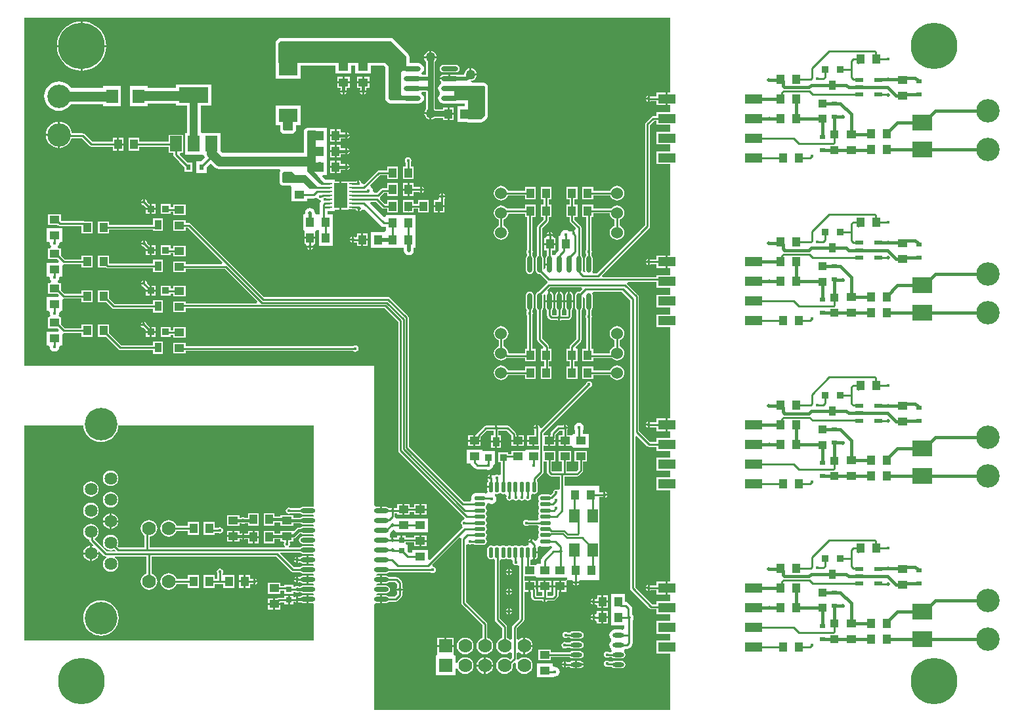
<source format=gtl>
G04*
G04 #@! TF.GenerationSoftware,Altium Limited,Altium Designer,20.0.10 (225)*
G04*
G04 Layer_Physical_Order=1*
G04 Layer_Color=255*
%FSLAX25Y25*%
%MOIN*%
G70*
G01*
G75*
%ADD21C,0.01000*%
%ADD22R,0.03150X0.02362*%
%ADD23R,0.04331X0.04724*%
%ADD24R,0.03600X0.05000*%
%ADD25R,0.03600X0.03600*%
%ADD26R,0.05000X0.04000*%
%ADD27O,0.05906X0.02362*%
%ADD28R,0.04000X0.05000*%
%ADD29R,0.05512X0.07087*%
%ADD30R,0.03937X0.03937*%
%ADD31R,0.09016X0.05118*%
%ADD32R,0.03000X0.03000*%
%ADD33R,0.15000X0.07900*%
%ADD34R,0.05900X0.07900*%
%ADD35R,0.06000X0.07087*%
%ADD36R,0.02362X0.03150*%
%ADD37R,0.09449X0.07087*%
%ADD38R,0.09843X0.07874*%
%ADD39R,0.04331X0.02362*%
%ADD40O,0.02362X0.08661*%
%ADD41R,0.06693X0.12992*%
%ADD42R,0.02756X0.00984*%
%ADD43O,0.07480X0.02362*%
%ADD44O,0.08661X0.02362*%
%ADD45O,0.05709X0.02165*%
%ADD46O,0.02165X0.05709*%
%ADD82C,0.02000*%
%ADD83C,0.01500*%
%ADD84C,0.05000*%
%ADD85C,0.03000*%
%ADD86C,0.03937*%
%ADD87C,0.02500*%
%ADD88C,0.23622*%
%ADD89C,0.07000*%
%ADD90R,0.07000X0.07000*%
%ADD91C,0.11900*%
%ADD92C,0.06000*%
%ADD93C,0.16535*%
%ADD94C,0.06437*%
%ADD95C,0.01772*%
%ADD96C,0.01968*%
%ADD97C,0.05000*%
G36*
X429000Y466900D02*
X427654D01*
Y463640D01*
Y460382D01*
X429000D01*
Y456900D01*
X421946D01*
Y454864D01*
X420340D01*
X419872Y454771D01*
X419475Y454506D01*
X416535Y451565D01*
X416270Y451168D01*
X416177Y450700D01*
Y399207D01*
X391693Y374724D01*
X390012D01*
X389652Y375197D01*
X389403Y375724D01*
X389518Y376299D01*
Y382598D01*
X389372Y383332D01*
X388956Y383955D01*
X388947Y384961D01*
X389094Y385181D01*
X389217Y385800D01*
X389094Y386419D01*
X388824Y386823D01*
Y403449D01*
X389800D01*
Y405425D01*
X398298D01*
X398395Y404683D01*
X398768Y403783D01*
X399361Y403010D01*
X400134Y402417D01*
X400776Y402151D01*
Y399147D01*
X400134Y398881D01*
X399361Y398288D01*
X398768Y397515D01*
X398395Y396615D01*
X398268Y395649D01*
X398395Y394683D01*
X398768Y393783D01*
X399361Y393010D01*
X400134Y392417D01*
X401034Y392044D01*
X402000Y391917D01*
X402966Y392044D01*
X403866Y392417D01*
X404639Y393010D01*
X405232Y393783D01*
X405605Y394683D01*
X405732Y395649D01*
X405605Y396615D01*
X405232Y397515D01*
X404639Y398288D01*
X403866Y398881D01*
X403224Y399147D01*
Y402151D01*
X403866Y402417D01*
X404639Y403010D01*
X405232Y403783D01*
X405605Y404683D01*
X405732Y405649D01*
X405605Y406615D01*
X405232Y407515D01*
X404639Y408288D01*
X403866Y408881D01*
X402966Y409254D01*
X402000Y409381D01*
X401034Y409254D01*
X400134Y408881D01*
X399361Y408288D01*
X399042Y407872D01*
X389800D01*
Y409849D01*
X384400D01*
Y403449D01*
X386377D01*
Y386823D01*
X386106Y386419D01*
X385983Y385800D01*
X386106Y385181D01*
X386253Y384961D01*
X386244Y383955D01*
X385828Y383332D01*
X385682Y382598D01*
Y376299D01*
X385797Y375724D01*
X385714Y375549D01*
X385368Y375446D01*
X384622Y376046D01*
X384518Y376299D01*
Y382598D01*
X384372Y383332D01*
X383956Y383955D01*
X383823Y384043D01*
Y398149D01*
X383730Y398617D01*
X383465Y399014D01*
X380324Y402156D01*
Y403449D01*
X381800D01*
Y409849D01*
X380324D01*
Y412449D01*
X381800D01*
Y418849D01*
X376400D01*
Y412449D01*
X377876D01*
Y409849D01*
X376400D01*
Y403449D01*
X377876D01*
Y401649D01*
X377970Y401181D01*
X378235Y400784D01*
X380949Y398070D01*
X380904Y397381D01*
X380400Y397028D01*
Y395100D01*
X379400D01*
Y396617D01*
X379281Y396594D01*
X378757Y396243D01*
X378732Y396206D01*
X377554Y396169D01*
X377520Y396220D01*
X376731Y396747D01*
X375800Y396933D01*
X374869Y396747D01*
X374080Y396220D01*
X373553Y395431D01*
X373367Y394500D01*
X372751Y393749D01*
X372300D01*
Y386533D01*
X371379Y385611D01*
X370937Y384950D01*
X370878Y384657D01*
X370688Y384511D01*
X370517Y384289D01*
X369469Y384163D01*
X369289Y384211D01*
X368824Y384650D01*
Y386549D01*
X370500D01*
Y389249D01*
X367800D01*
X365100D01*
Y386549D01*
X366376D01*
Y384043D01*
X366244Y383955D01*
X365828Y383332D01*
X365682Y382598D01*
Y379949D01*
X367600D01*
Y378949D01*
X365682D01*
Y377523D01*
X364682Y376941D01*
X364574Y377003D01*
X364518Y377102D01*
Y382598D01*
X364372Y383332D01*
X363956Y383955D01*
X363824Y384043D01*
Y397942D01*
X366865Y400984D01*
X367130Y401381D01*
X367224Y401849D01*
Y403449D01*
X368700D01*
Y409849D01*
X367224D01*
Y412449D01*
X368700D01*
Y418849D01*
X363300D01*
Y412449D01*
X364776D01*
Y409849D01*
X363300D01*
Y403449D01*
X364776D01*
Y402356D01*
X361735Y399314D01*
X361470Y398917D01*
X361377Y398449D01*
Y384043D01*
X361244Y383955D01*
X360828Y383332D01*
X360682Y382598D01*
Y376299D01*
X360828Y375565D01*
X361244Y374943D01*
X361866Y374527D01*
X362600Y374381D01*
X362924Y374446D01*
X366435Y370935D01*
X366570Y370845D01*
Y369888D01*
X366535Y369865D01*
X362381Y365711D01*
X362276Y365554D01*
X361866Y365473D01*
X361244Y365057D01*
X360828Y364435D01*
X360682Y363701D01*
Y357402D01*
X360828Y356668D01*
X361244Y356045D01*
X361377Y355957D01*
Y341249D01*
X361470Y340781D01*
X361735Y340384D01*
X364570Y337549D01*
X364156Y336549D01*
X363300D01*
Y330149D01*
X364977D01*
Y327549D01*
X363300D01*
Y321149D01*
X368700D01*
Y327549D01*
X367424D01*
Y330149D01*
X368700D01*
Y336549D01*
X367424D01*
Y337649D01*
X367330Y338117D01*
X367065Y338514D01*
X363824Y341756D01*
Y355957D01*
X363956Y356045D01*
X364372Y356668D01*
X364518Y357402D01*
Y363701D01*
X364453Y364028D01*
X364788Y364330D01*
X365704Y363809D01*
X365682Y363701D01*
Y361051D01*
X367100D01*
Y365519D01*
X367055Y365510D01*
X366595Y366057D01*
X366465Y366335D01*
X367907Y367776D01*
X383832D01*
X384246Y366776D01*
X383007Y365538D01*
X382600Y365619D01*
X381866Y365473D01*
X381244Y365057D01*
X380828Y364435D01*
X380682Y363701D01*
Y357402D01*
X380828Y356668D01*
X381244Y356045D01*
X381377Y355957D01*
Y341556D01*
X378235Y338414D01*
X377970Y338017D01*
X377876Y337549D01*
Y336549D01*
X376400D01*
Y330149D01*
X377876D01*
Y327549D01*
X376400D01*
Y321149D01*
X381800D01*
Y327549D01*
X380324D01*
Y330149D01*
X381800D01*
Y336549D01*
X381244D01*
X380830Y337549D01*
X383465Y340184D01*
X383730Y340581D01*
X383823Y341049D01*
Y355957D01*
X383956Y356045D01*
X384372Y356668D01*
X384518Y357402D01*
Y362777D01*
X384682Y362882D01*
X385682Y362333D01*
Y357402D01*
X385828Y356668D01*
X386244Y356045D01*
X386377Y355957D01*
Y354023D01*
X386106Y353619D01*
X385983Y353000D01*
X386106Y352381D01*
X386377Y351977D01*
Y336549D01*
X384400D01*
Y330149D01*
X389800D01*
Y331725D01*
X399247D01*
X399336Y331743D01*
X399361Y331710D01*
X400134Y331117D01*
X401034Y330744D01*
X402000Y330617D01*
X402966Y330744D01*
X403866Y331117D01*
X404639Y331710D01*
X405232Y332483D01*
X405605Y333383D01*
X405732Y334349D01*
X405605Y335315D01*
X405232Y336215D01*
X404639Y336988D01*
X403866Y337581D01*
X403224Y337847D01*
Y340851D01*
X403866Y341117D01*
X404639Y341710D01*
X405232Y342483D01*
X405605Y343383D01*
X405732Y344349D01*
X405605Y345315D01*
X405232Y346215D01*
X404639Y346988D01*
X403866Y347581D01*
X402966Y347954D01*
X402000Y348081D01*
X401034Y347954D01*
X400134Y347581D01*
X399361Y346988D01*
X398768Y346215D01*
X398395Y345315D01*
X398268Y344349D01*
X398395Y343383D01*
X398768Y342483D01*
X399361Y341710D01*
X400134Y341117D01*
X400776Y340851D01*
Y337847D01*
X400134Y337581D01*
X399361Y336988D01*
X398768Y336215D01*
X398395Y335315D01*
X398268Y334349D01*
X398113Y334172D01*
X389800D01*
Y336549D01*
X388824D01*
Y351977D01*
X389094Y352381D01*
X389217Y353000D01*
X389094Y353619D01*
X388824Y354023D01*
Y355957D01*
X388956Y356045D01*
X389372Y356668D01*
X389518Y357402D01*
Y363701D01*
X389372Y364435D01*
X389344Y364476D01*
X389879Y365476D01*
X404393D01*
X408676Y361193D01*
Y214700D01*
X408770Y214232D01*
X409035Y213835D01*
X418435Y204435D01*
X418832Y204170D01*
X419300Y204077D01*
X421946D01*
Y201681D01*
X429000D01*
Y198200D01*
X421946D01*
Y191682D01*
X429000D01*
Y188200D01*
X421946D01*
Y181682D01*
X429000D01*
Y153000D01*
X278500D01*
Y206590D01*
X279500Y207310D01*
X279643Y207282D01*
X281702D01*
Y209200D01*
Y211118D01*
X279643D01*
X279509Y211552D01*
X280313Y212282D01*
X284761D01*
X285495Y212428D01*
X286117Y212844D01*
X286533Y213466D01*
X286679Y214200D01*
X286533Y214934D01*
X286117Y215556D01*
X285495Y215972D01*
X284761Y216118D01*
X279643D01*
X279509Y216552D01*
X280313Y217282D01*
X281702D01*
Y219200D01*
Y221118D01*
X279643D01*
X279509Y221552D01*
X280313Y222282D01*
X284761D01*
X285495Y222428D01*
X286117Y222844D01*
X286206Y222976D01*
X307288D01*
X307732Y222680D01*
X308351Y222557D01*
X308969Y222680D01*
X309494Y223030D01*
X309844Y223555D01*
X309967Y224174D01*
X309844Y224792D01*
X309494Y225317D01*
X308969Y225668D01*
X308505Y225760D01*
X308226Y226248D01*
X308088Y226758D01*
X322022Y240692D01*
X322916Y240277D01*
X322959Y240214D01*
X322877Y239800D01*
Y207300D01*
X322970Y206832D01*
X323235Y206435D01*
X333576Y196093D01*
Y189439D01*
X332682Y189069D01*
X331804Y188396D01*
X331131Y187518D01*
X330708Y186496D01*
X330564Y185400D01*
X330708Y184304D01*
X331131Y183282D01*
X331804Y182404D01*
X332682Y181731D01*
X333704Y181308D01*
X334800Y181164D01*
X335896Y181308D01*
X336918Y181731D01*
X337795Y182404D01*
X338469Y183282D01*
X338892Y184304D01*
X339036Y185400D01*
X338892Y186496D01*
X338469Y187518D01*
X337795Y188396D01*
X336918Y189069D01*
X336023Y189439D01*
Y196600D01*
X335930Y197068D01*
X335665Y197465D01*
X325324Y207807D01*
Y236835D01*
X325444Y236938D01*
X326324Y237278D01*
X326581Y237106D01*
X327200Y236983D01*
X327819Y237106D01*
X328184Y237350D01*
X329178Y237291D01*
X329767Y236897D01*
X330463Y236759D01*
X334006D01*
X334702Y236897D01*
X335292Y237291D01*
X335685Y237881D01*
X335824Y238576D01*
X335685Y239272D01*
X335292Y239862D01*
Y240441D01*
X335685Y241030D01*
X335824Y241726D01*
X335685Y242422D01*
X335292Y243011D01*
Y243590D01*
X335685Y244180D01*
X335824Y244876D01*
X335685Y245571D01*
X335580Y245730D01*
X335374Y246450D01*
X335580Y247171D01*
X335685Y247330D01*
X335824Y248025D01*
X335685Y248721D01*
X335292Y249310D01*
Y249890D01*
X335685Y250479D01*
X335824Y251175D01*
X335685Y251870D01*
X335292Y252460D01*
Y253039D01*
X335685Y253629D01*
X335824Y254324D01*
X335685Y255020D01*
X335292Y255610D01*
Y256189D01*
X335685Y256779D01*
X335824Y257474D01*
X335802Y257584D01*
X335925Y257777D01*
X337046Y258068D01*
X337369Y257853D01*
X338300Y257667D01*
X339231Y257853D01*
X340020Y258380D01*
X340547Y259169D01*
X340733Y260100D01*
X340547Y261031D01*
X340020Y261820D01*
X339857Y261929D01*
X340299Y262783D01*
X340995Y262645D01*
X341690Y262783D01*
X341849Y262889D01*
X342569Y263094D01*
X343290Y262889D01*
X343448Y262783D01*
X344144Y262645D01*
X344840Y262783D01*
X345586Y262299D01*
X345685Y262199D01*
X345827Y261559D01*
X345800Y261519D01*
X345677Y260900D01*
X345800Y260281D01*
X346150Y259757D01*
X346675Y259406D01*
X347294Y259283D01*
X347913Y259406D01*
X348437Y259757D01*
X349357D01*
X349881Y259406D01*
X350500Y259283D01*
X351119Y259406D01*
X351643Y259757D01*
X352457D01*
X352981Y259406D01*
X353600Y259283D01*
X354219Y259406D01*
X354743Y259757D01*
X355539D01*
X356063Y259406D01*
X356682Y259283D01*
X357301Y259406D01*
X357825Y259757D01*
X358176Y260281D01*
X358299Y260900D01*
X358176Y261519D01*
X358151Y261556D01*
X358294Y262245D01*
X358483Y262408D01*
X359197Y262783D01*
X359892Y262645D01*
X360588Y262783D01*
X361177Y263177D01*
X361571Y263767D01*
X361710Y264462D01*
Y268005D01*
X361571Y268701D01*
X361177Y269291D01*
X361356Y270226D01*
X364265Y273135D01*
X364530Y273532D01*
X364623Y274000D01*
Y279100D01*
X366245D01*
Y274000D01*
X366338Y273532D01*
X366603Y273135D01*
X367703Y272035D01*
X368100Y271770D01*
X368568Y271676D01*
X372845D01*
Y265259D01*
X371845Y264788D01*
X371687Y264894D01*
X371069Y265017D01*
X370450Y264894D01*
X369925Y264543D01*
X369575Y264019D01*
X369455Y263417D01*
X368192Y262154D01*
X367970Y262303D01*
X367274Y262441D01*
X363731D01*
X363035Y262303D01*
X362445Y261909D01*
X362052Y261319D01*
X361913Y260624D01*
X362052Y259928D01*
X362445Y259338D01*
Y258759D01*
X362052Y258170D01*
X361913Y257474D01*
X362052Y256779D01*
X362157Y256620D01*
X362363Y255899D01*
X362157Y255178D01*
X362052Y255020D01*
X361913Y254324D01*
X362052Y253629D01*
X362445Y253039D01*
Y252460D01*
X362052Y251870D01*
X361913Y251175D01*
X362052Y250479D01*
X362157Y250321D01*
X362188Y250212D01*
X361742Y249249D01*
X356886D01*
X356519Y249494D01*
X355900Y249617D01*
X355281Y249494D01*
X354757Y249143D01*
X354406Y248619D01*
X354283Y248000D01*
X354406Y247381D01*
X354757Y246857D01*
X355281Y246506D01*
X355900Y246383D01*
X356519Y246506D01*
X356961Y246802D01*
X361742D01*
X362206Y245802D01*
X362052Y245571D01*
X361913Y244876D01*
X362052Y244180D01*
X362445Y243590D01*
Y243011D01*
X362052Y242422D01*
X361913Y241726D01*
X362052Y241030D01*
X362267Y240708D01*
X361889Y240418D01*
X361475Y239879D01*
X361214Y239251D01*
X360173Y239003D01*
X359862Y239119D01*
X359512Y239643D01*
X358987Y239994D01*
X358869Y240017D01*
Y238500D01*
X358368D01*
Y238000D01*
X356851D01*
X356875Y237881D01*
X357131Y237498D01*
X356895Y236878D01*
X356660Y236539D01*
X356047Y236417D01*
X355888Y236311D01*
X355168Y236106D01*
X354447Y236311D01*
X354289Y236417D01*
X353593Y236555D01*
X352897Y236417D01*
X352739Y236311D01*
X352018Y236106D01*
X351297Y236311D01*
X351139Y236417D01*
X350443Y236555D01*
X349748Y236417D01*
X349589Y236311D01*
X348868Y236106D01*
X348148Y236311D01*
X347989Y236417D01*
X347294Y236555D01*
X346598Y236417D01*
X346440Y236311D01*
X345719Y236106D01*
X344998Y236311D01*
X344840Y236417D01*
X344144Y236555D01*
X343448Y236417D01*
X343290Y236311D01*
X342569Y236106D01*
X341849Y236311D01*
X341690Y236417D01*
X340995Y236555D01*
X340299Y236417D01*
X340140Y236311D01*
X339420Y236106D01*
X338699Y236311D01*
X338540Y236417D01*
X337845Y236555D01*
X337149Y236417D01*
X336560Y236023D01*
X336166Y235433D01*
X336027Y234738D01*
Y231194D01*
X336166Y230499D01*
X336560Y229909D01*
X337149Y229515D01*
X337845Y229377D01*
X338540Y229515D01*
X338699Y229621D01*
X339136Y229746D01*
X339994Y229180D01*
Y198783D01*
X340087Y198314D01*
X340352Y197917D01*
X343577Y194693D01*
Y189439D01*
X342682Y189069D01*
X341805Y188396D01*
X341131Y187518D01*
X340708Y186496D01*
X340564Y185400D01*
X340708Y184304D01*
X341131Y183282D01*
X341805Y182405D01*
X342682Y181731D01*
X343704Y181308D01*
X344800Y181164D01*
X345896Y181308D01*
X346918Y181731D01*
X347576Y182237D01*
X348315Y181995D01*
X348576Y181789D01*
Y179283D01*
X347735Y178442D01*
X346918Y179069D01*
X345896Y179492D01*
X344800Y179636D01*
X343704Y179492D01*
X342682Y179069D01*
X341805Y178395D01*
X341131Y177518D01*
X340708Y176497D01*
X340564Y175400D01*
X340708Y174304D01*
X341131Y173282D01*
X341805Y172405D01*
X342682Y171731D01*
X343704Y171308D01*
X344800Y171164D01*
X345896Y171308D01*
X346918Y171731D01*
X347796Y172405D01*
X348469Y173282D01*
X348892Y174304D01*
X349036Y175400D01*
X348934Y176180D01*
X349891Y177137D01*
X350739Y176571D01*
X350708Y176497D01*
X350564Y175400D01*
X350708Y174304D01*
X351131Y173282D01*
X351804Y172405D01*
X352682Y171731D01*
X353704Y171308D01*
X354800Y171164D01*
X355896Y171308D01*
X356918Y171731D01*
X357796Y172405D01*
X358469Y173282D01*
X358892Y174304D01*
X359036Y175400D01*
X358892Y176497D01*
X358469Y177518D01*
X357796Y178395D01*
X356918Y179069D01*
X355896Y179492D01*
X354800Y179636D01*
X353704Y179492D01*
X352682Y179069D01*
X351997Y178543D01*
X351481Y178667D01*
X351428Y178693D01*
X351024Y179011D01*
Y181789D01*
X351286Y181995D01*
X352024Y182237D01*
X352682Y181731D01*
X353704Y181308D01*
X354300Y181230D01*
Y185400D01*
Y189570D01*
X353704Y189492D01*
X352682Y189069D01*
X352024Y188564D01*
X351286Y188805D01*
X351024Y189011D01*
Y194493D01*
X354458Y197928D01*
X354723Y198325D01*
X354816Y198793D01*
Y213000D01*
X357068D01*
Y215700D01*
Y218400D01*
X354816D01*
Y221000D01*
X360268D01*
X360769Y221000D01*
X361268Y220207D01*
Y220200D01*
X376500D01*
Y219263D01*
X376354Y218884D01*
X375748Y218400D01*
X373468D01*
Y216200D01*
X376168D01*
Y218137D01*
X376314Y218516D01*
X376920Y219000D01*
X378925D01*
X379170Y218719D01*
X379508Y218100D01*
X382692D01*
X383030Y218719D01*
X383275Y219000D01*
X392800D01*
Y229995D01*
X393049D01*
Y238482D01*
X392800D01*
Y247318D01*
X393049D01*
Y255805D01*
X392800D01*
Y261076D01*
X394577D01*
X394981Y260806D01*
X395100Y260783D01*
Y262300D01*
Y263817D01*
X394981Y263794D01*
X394577Y263524D01*
X392800D01*
Y266800D01*
X375292D01*
Y271676D01*
X381768D01*
X382237Y271770D01*
X382634Y272035D01*
X384334Y273735D01*
X384599Y274132D01*
X384692Y274600D01*
Y279100D01*
X386668D01*
Y284500D01*
X380269D01*
Y279100D01*
X382245D01*
Y275107D01*
X381262Y274124D01*
X376392D01*
Y279100D01*
X378668D01*
Y284500D01*
X372269D01*
Y279100D01*
X373945D01*
Y274124D01*
X369075D01*
X368692Y274507D01*
Y279100D01*
X370669D01*
Y284500D01*
X364623D01*
Y287100D01*
X366968D01*
Y289800D01*
Y292500D01*
X364623D01*
Y293593D01*
X387842Y316811D01*
X388319Y316906D01*
X388843Y317257D01*
X389194Y317781D01*
X389317Y318400D01*
X389194Y319019D01*
X388843Y319543D01*
X388319Y319894D01*
X387700Y320017D01*
X387081Y319894D01*
X386557Y319543D01*
X386206Y319019D01*
X386111Y318542D01*
X363764Y296194D01*
X363309Y296290D01*
X362747Y296592D01*
X362662Y297019D01*
X362312Y297543D01*
X361787Y297894D01*
X361668Y297917D01*
Y296400D01*
X361169D01*
Y295900D01*
X359651D01*
X359675Y295781D01*
X359945Y295377D01*
Y292500D01*
X356269D01*
Y290300D01*
X359469D01*
Y289800D01*
X359968D01*
Y287100D01*
X362176D01*
Y285300D01*
X355469D01*
Y284983D01*
X354668Y284500D01*
X348269D01*
Y283024D01*
X346669D01*
Y283800D01*
X341669D01*
Y278800D01*
X342921D01*
Y272721D01*
X342641Y272519D01*
X341921Y272278D01*
X341598Y272494D01*
X340979Y272617D01*
X340361Y272494D01*
X339836Y272143D01*
X338912D01*
X338387Y272494D01*
X338268Y272517D01*
Y271000D01*
X337769D01*
Y270500D01*
X336251D01*
X336275Y270381D01*
X336379Y270226D01*
X336560Y269291D01*
X336166Y268701D01*
X336027Y268005D01*
Y266734D01*
X337845D01*
Y265734D01*
X336027D01*
Y264462D01*
X336166Y263767D01*
X336235Y263663D01*
X336146Y263497D01*
X335309Y262880D01*
X334681Y263140D01*
X334006Y263229D01*
X330463D01*
X329789Y263140D01*
X329160Y262880D01*
X328621Y262466D01*
X328207Y261926D01*
X327947Y261298D01*
X327858Y260624D01*
X327947Y259949D01*
X328051Y259698D01*
X327596Y258834D01*
X327425Y258698D01*
X324233D01*
X296124Y286807D01*
Y352400D01*
X296030Y352868D01*
X295765Y353265D01*
X286565Y362465D01*
X286168Y362730D01*
X285700Y362824D01*
X222707D01*
X185365Y400165D01*
X184968Y400430D01*
X184500Y400524D01*
X182900D01*
Y402000D01*
X176500D01*
Y396600D01*
X182900D01*
Y398077D01*
X183993D01*
X201622Y380447D01*
X201240Y379523D01*
X182900D01*
Y381000D01*
X176500D01*
Y375600D01*
X182900D01*
Y377077D01*
X202893D01*
X219422Y360547D01*
X219040Y359624D01*
X182900D01*
Y360600D01*
X176500D01*
Y355200D01*
X182900D01*
Y357176D01*
X283893D01*
X290877Y350193D01*
Y284800D01*
X290970Y284332D01*
X291235Y283935D01*
X324591Y250579D01*
X324421Y250017D01*
X324177Y249592D01*
X323681Y249494D01*
X323157Y249143D01*
X322806Y248619D01*
X322683Y248000D01*
X322806Y247381D01*
X323157Y246857D01*
X323319Y246748D01*
X323451Y246292D01*
X323471Y245712D01*
X323432Y245562D01*
X306924Y229054D01*
X306000Y229437D01*
Y234300D01*
X298000D01*
Y232839D01*
X296345D01*
X295500Y233684D01*
Y236800D01*
X294700Y237100D01*
Y238076D01*
X298800D01*
Y236100D01*
X301500D01*
Y238800D01*
Y241500D01*
X298800D01*
Y240524D01*
X294700D01*
Y241500D01*
X293000D01*
Y239300D01*
X292000D01*
Y241500D01*
X290300D01*
Y240423D01*
X289101D01*
X288557Y240787D01*
X288400Y240818D01*
Y239200D01*
X287400D01*
Y240818D01*
X287243Y240787D01*
X287095Y240688D01*
X286913Y240663D01*
X286560Y240999D01*
X286542Y241032D01*
X286658Y242277D01*
X286673Y242288D01*
X287103Y242848D01*
X287373Y243500D01*
X288000Y244267D01*
X288500Y244367D01*
X289412Y243761D01*
X289500Y243623D01*
Y243300D01*
X297500D01*
Y243300D01*
X298000D01*
Y243300D01*
X306000D01*
Y250300D01*
X298000D01*
Y250300D01*
X297500D01*
Y250300D01*
X289904D01*
X289145Y250989D01*
X289076Y251124D01*
Y252893D01*
X289200Y252976D01*
X290300D01*
Y252100D01*
X293000D01*
Y254800D01*
Y257500D01*
X290300D01*
Y255423D01*
X289200D01*
X288657Y255786D01*
X288500Y255818D01*
Y254200D01*
X287500D01*
Y255818D01*
X287343Y255786D01*
X287107Y255629D01*
X286117Y255556D01*
X285495Y255972D01*
X284761Y256118D01*
X282702D01*
Y254200D01*
X281702D01*
Y256118D01*
X279643D01*
X279500Y256090D01*
X278500Y256810D01*
Y328000D01*
X101000D01*
Y505000D01*
X429000D01*
Y466900D01*
D02*
G37*
G36*
X421946Y450382D02*
X429000D01*
Y446900D01*
X421946D01*
Y440381D01*
X429000D01*
Y436900D01*
X421946D01*
Y430381D01*
X429000D01*
Y384000D01*
X427654D01*
Y380740D01*
Y377482D01*
X429000D01*
Y374000D01*
X421946D01*
Y373024D01*
X394760D01*
X394378Y373947D01*
X418265Y397835D01*
X418530Y398232D01*
X418623Y398700D01*
Y450193D01*
X420847Y452417D01*
X421946D01*
Y450382D01*
D02*
G37*
G36*
Y367481D02*
X429000D01*
Y364000D01*
X421946D01*
Y357482D01*
X429000D01*
Y354000D01*
X421946D01*
Y347481D01*
X429000D01*
Y301100D01*
X427654D01*
Y297840D01*
Y294582D01*
X429000D01*
Y291100D01*
X421946D01*
Y289064D01*
X418666D01*
X413024Y294707D01*
Y363100D01*
X412930Y363568D01*
X412665Y363965D01*
X407054Y369577D01*
X407462Y370577D01*
X421946D01*
Y367481D01*
D02*
G37*
G36*
X247800Y256424D02*
X247494Y256173D01*
X247300Y256118D01*
X242241D01*
X241507Y255972D01*
X240885Y255556D01*
X240796Y255423D01*
X236323D01*
X235919Y255694D01*
X235300Y255817D01*
X234681Y255694D01*
X234157Y255343D01*
X233806Y254819D01*
X233683Y254200D01*
X233806Y253581D01*
X234157Y253057D01*
X234681Y252706D01*
X235300Y252583D01*
X235919Y252706D01*
X236323Y252976D01*
X240796D01*
X240885Y252844D01*
X241507Y252428D01*
X242241Y252282D01*
X247359D01*
X247413Y252293D01*
X247800Y251976D01*
Y251424D01*
X247494Y251173D01*
X247300Y251118D01*
X242241D01*
X241507Y250972D01*
X241068Y250678D01*
X237500D01*
Y251900D01*
X231100D01*
Y251178D01*
X228000D01*
Y252900D01*
X222600D01*
Y246500D01*
X228000D01*
Y248222D01*
X231100D01*
Y246500D01*
X237500D01*
Y247722D01*
X241068D01*
X241507Y247428D01*
X242241Y247282D01*
X247359D01*
X247413Y247293D01*
X247800Y246976D01*
Y246424D01*
X247494Y246173D01*
X247300Y246118D01*
X242241D01*
X241507Y245972D01*
X241068Y245678D01*
X240300D01*
X239734Y245566D01*
X239255Y245245D01*
X237789Y243780D01*
X237500Y243900D01*
Y243900D01*
X231100D01*
Y242678D01*
X228000D01*
Y243900D01*
X222600D01*
Y237500D01*
X228000D01*
Y239722D01*
X231100D01*
Y238500D01*
X232660D01*
X232927Y238000D01*
X232806Y237819D01*
X232683Y237200D01*
X232806Y236581D01*
X233157Y236057D01*
X233356Y235924D01*
X233204Y235423D01*
X164523D01*
Y240993D01*
X165396Y241108D01*
X166418Y241531D01*
X167296Y242204D01*
X167969Y243082D01*
X168392Y244104D01*
X168536Y245200D01*
X168392Y246296D01*
X167969Y247318D01*
X167296Y248195D01*
X166418Y248869D01*
X165396Y249292D01*
X164300Y249436D01*
X163204Y249292D01*
X162182Y248869D01*
X161304Y248195D01*
X160631Y247318D01*
X160208Y246296D01*
X160064Y245200D01*
X160208Y244104D01*
X160631Y243082D01*
X161304Y242204D01*
X162076Y241612D01*
Y235423D01*
X149063D01*
X148306Y236180D01*
X148618Y236933D01*
X148752Y237956D01*
X148618Y238979D01*
X148223Y239932D01*
X147595Y240751D01*
X146776Y241379D01*
X145823Y241774D01*
X144800Y241908D01*
X143777Y241774D01*
X142824Y241379D01*
X142005Y240751D01*
X141377Y239932D01*
X140982Y238979D01*
X140848Y237956D01*
X140982Y236933D01*
X141377Y235980D01*
X142005Y235161D01*
X142824Y234533D01*
X143777Y234138D01*
X144800Y234004D01*
X145823Y234138D01*
X146576Y234450D01*
X147140Y233885D01*
X146949Y233423D01*
X142807D01*
X136769Y239461D01*
X136772Y239719D01*
X136864Y240073D01*
X137595Y240634D01*
X138223Y241452D01*
X138618Y242405D01*
X138752Y243428D01*
X138618Y244451D01*
X138223Y245405D01*
X137595Y246223D01*
X136776Y246851D01*
X135823Y247246D01*
X134800Y247381D01*
X133777Y247246D01*
X132824Y246851D01*
X132005Y246223D01*
X131377Y245405D01*
X130982Y244451D01*
X130848Y243428D01*
X130982Y242405D01*
X131377Y241452D01*
X132005Y240634D01*
X132824Y240005D01*
X133777Y239611D01*
X133981Y239584D01*
Y239296D01*
X134074Y238827D01*
X134339Y238431D01*
X135967Y236802D01*
X135928Y236676D01*
X135707Y236356D01*
X135300Y236409D01*
Y233023D01*
X138687D01*
X138633Y233430D01*
X138954Y233651D01*
X139080Y233690D01*
X141435Y231335D01*
X141832Y231070D01*
X142300Y230977D01*
X142732D01*
X142832Y230476D01*
X142824Y230473D01*
X142005Y229845D01*
X141377Y229027D01*
X140982Y228073D01*
X140848Y227050D01*
X140982Y226027D01*
X141377Y225074D01*
X142005Y224256D01*
X142824Y223628D01*
X143777Y223233D01*
X144800Y223098D01*
X145823Y223233D01*
X146776Y223628D01*
X147595Y224256D01*
X148223Y225074D01*
X148618Y226027D01*
X148752Y227050D01*
X148618Y228073D01*
X148223Y229027D01*
X147595Y229845D01*
X146776Y230473D01*
X146768Y230476D01*
X146868Y230977D01*
X148300D01*
X148300Y230977D01*
X163076D01*
Y222239D01*
X162182Y221869D01*
X161304Y221195D01*
X160631Y220318D01*
X160208Y219296D01*
X160064Y218200D01*
X160208Y217104D01*
X160631Y216082D01*
X161304Y215205D01*
X162182Y214531D01*
X163204Y214108D01*
X164300Y213964D01*
X165396Y214108D01*
X166418Y214531D01*
X167296Y215205D01*
X167969Y216082D01*
X168392Y217104D01*
X168536Y218200D01*
X168392Y219296D01*
X167969Y220318D01*
X167296Y221195D01*
X166418Y221869D01*
X165524Y222239D01*
Y230977D01*
X228793D01*
X236435Y223335D01*
X236832Y223070D01*
X237300Y222976D01*
X240796D01*
X240885Y222844D01*
X241507Y222428D01*
X242241Y222282D01*
X247359D01*
X247413Y222293D01*
X247800Y221976D01*
Y221424D01*
X247494Y221173D01*
X247300Y221118D01*
X245300D01*
Y219200D01*
Y217282D01*
X247359D01*
X247413Y217293D01*
X247800Y216976D01*
Y216424D01*
X247494Y216173D01*
X247300Y216118D01*
X242241D01*
X241507Y215972D01*
X241068Y215678D01*
X240319D01*
X240157Y215787D01*
X239500Y215917D01*
X238843Y215787D01*
X238299Y215423D01*
X237500D01*
Y216400D01*
X233100D01*
Y215924D01*
X231000D01*
Y217400D01*
X224600D01*
Y212000D01*
X231000D01*
Y213476D01*
X233100D01*
Y212000D01*
X237500D01*
Y212977D01*
X238299D01*
X238843Y212614D01*
X239500Y212483D01*
X240157Y212614D01*
X240319Y212722D01*
X241068D01*
X241507Y212428D01*
X242241Y212282D01*
X247359D01*
X247413Y212293D01*
X247800Y211976D01*
Y211424D01*
X247494Y211173D01*
X247300Y211118D01*
X245300D01*
Y209200D01*
Y207282D01*
X247359D01*
X247413Y207293D01*
X247800Y206976D01*
X247800Y188200D01*
X101000Y188200D01*
Y297500D01*
X130845D01*
X130962Y296316D01*
X131475Y294626D01*
X132308Y293068D01*
X133428Y291702D01*
X134794Y290582D01*
X136352Y289749D01*
X138042Y289236D01*
X139800Y289063D01*
X141558Y289236D01*
X143248Y289749D01*
X144806Y290582D01*
X146172Y291702D01*
X147292Y293068D01*
X148125Y294626D01*
X148638Y296316D01*
X148755Y297500D01*
X247800Y297500D01*
X247800Y256424D01*
D02*
G37*
G36*
X368994Y235990D02*
X368981Y235284D01*
X368320Y234842D01*
X368320Y234842D01*
X363827Y230349D01*
X363385Y229687D01*
X363229Y228907D01*
Y227200D01*
X361268D01*
Y227193D01*
X360769Y226400D01*
X360268Y226400D01*
X357966D01*
Y229205D01*
X358929Y229652D01*
X359038Y229621D01*
X359197Y229515D01*
X359392Y229476D01*
Y232966D01*
X359892D01*
Y233466D01*
X361710D01*
Y234738D01*
X361571Y235433D01*
X361662Y235648D01*
X362428Y236320D01*
X363056Y236060D01*
X363731Y235971D01*
X367274D01*
X367948Y236060D01*
X368577Y236320D01*
X368994Y235990D01*
D02*
G37*
G36*
X241507Y242428D02*
X242241Y242282D01*
X247359D01*
X247413Y242293D01*
X247800Y241976D01*
Y241424D01*
X247494Y241173D01*
X247300Y241118D01*
X242241D01*
X241507Y240972D01*
X240885Y240556D01*
X240469Y239934D01*
X240323Y239200D01*
X240469Y238466D01*
X240885Y237844D01*
X241507Y237428D01*
X242241Y237282D01*
X247359D01*
X247413Y237293D01*
X247800Y236976D01*
Y236424D01*
X247494Y236173D01*
X247300Y236118D01*
X242241D01*
X241507Y235972D01*
X240885Y235556D01*
X240796Y235423D01*
X235396D01*
X235244Y235924D01*
X235443Y236057D01*
X235794Y236581D01*
X235917Y237200D01*
X235794Y237819D01*
X235673Y238000D01*
X235940Y238500D01*
X237500D01*
Y240136D01*
X237714D01*
X238280Y240248D01*
X238760Y240569D01*
X240912Y242722D01*
X241068D01*
X241507Y242428D01*
D02*
G37*
G36*
X346440Y229621D02*
X346598Y229515D01*
X347294Y229377D01*
X347989Y229515D01*
X348815Y228957D01*
X349006Y228619D01*
X348883Y228000D01*
X349006Y227381D01*
X349357Y226857D01*
X349881Y226506D01*
X350500Y226383D01*
X351119Y226506D01*
X351369Y226674D01*
X352263Y226322D01*
X352369Y226231D01*
Y199300D01*
X348935Y195865D01*
X348670Y195468D01*
X348576Y195000D01*
Y189011D01*
X348315Y188805D01*
X347576Y188564D01*
X346918Y189069D01*
X346024Y189439D01*
Y195200D01*
X345930Y195668D01*
X345665Y196065D01*
X342441Y199289D01*
Y228986D01*
X343441Y229520D01*
X343448Y229515D01*
X344144Y229377D01*
X344840Y229515D01*
X344998Y229621D01*
X345719Y229827D01*
X346440Y229621D01*
D02*
G37*
G36*
X240885Y232844D02*
X241507Y232428D01*
X242241Y232282D01*
X247359D01*
X247413Y232293D01*
X247800Y231976D01*
Y231424D01*
X247494Y231173D01*
X247300Y231118D01*
X245300D01*
Y229200D01*
Y227282D01*
X247359D01*
X247413Y227293D01*
X247800Y226976D01*
Y226424D01*
X247494Y226173D01*
X247300Y226118D01*
X242241D01*
X241507Y225972D01*
X240885Y225556D01*
X240796Y225424D01*
X237807D01*
X230716Y232515D01*
X230907Y232977D01*
X240796D01*
X240885Y232844D01*
D02*
G37*
G36*
X417294Y286975D02*
X417691Y286710D01*
X418159Y286617D01*
X421946D01*
Y284581D01*
X429000D01*
Y281100D01*
X421946D01*
Y274582D01*
X429000D01*
Y271100D01*
X421946D01*
Y264581D01*
X429000D01*
Y218200D01*
X427654D01*
Y214941D01*
Y211682D01*
X429000D01*
Y208200D01*
X421946D01*
Y206523D01*
X419807D01*
X411124Y215207D01*
Y291840D01*
X412047Y292222D01*
X417294Y286975D01*
D02*
G37*
%LPC*%
G36*
X130500Y503010D02*
Y491000D01*
X142510D01*
X142395Y492463D01*
X141936Y494378D01*
X141182Y496197D01*
X140153Y497877D01*
X138874Y499374D01*
X137376Y500653D01*
X135697Y501682D01*
X133878Y502435D01*
X131963Y502895D01*
X130500Y503010D01*
D02*
G37*
G36*
X129500D02*
X128037Y502895D01*
X126122Y502435D01*
X124303Y501682D01*
X122624Y500653D01*
X121126Y499374D01*
X119847Y497877D01*
X118818Y496197D01*
X118064Y494378D01*
X117605Y492463D01*
X117490Y491000D01*
X129500D01*
Y503010D01*
D02*
G37*
G36*
X307700Y487862D02*
Y485200D01*
X310362D01*
X310318Y485535D01*
X309995Y486314D01*
X309482Y486982D01*
X308814Y487495D01*
X308035Y487818D01*
X307700Y487862D01*
D02*
G37*
G36*
X306700D02*
X306365Y487818D01*
X305586Y487495D01*
X304918Y486982D01*
X304405Y486314D01*
X304082Y485535D01*
X304038Y485200D01*
X306700D01*
Y487862D01*
D02*
G37*
G36*
X142510Y490000D02*
X130500D01*
Y477990D01*
X131963Y478105D01*
X133878Y478565D01*
X135697Y479318D01*
X137376Y480347D01*
X138874Y481626D01*
X140153Y483123D01*
X141182Y484803D01*
X141936Y486622D01*
X142395Y488537D01*
X142510Y490000D01*
D02*
G37*
G36*
X129500D02*
X117490D01*
X117605Y488537D01*
X118064Y486622D01*
X118818Y484803D01*
X119847Y483123D01*
X121126Y481626D01*
X122624Y480347D01*
X124303Y479318D01*
X126122Y478565D01*
X128037Y478105D01*
X129500Y477990D01*
Y490000D01*
D02*
G37*
G36*
X320098Y480918D02*
X313799D01*
X313065Y480772D01*
X312443Y480356D01*
X312027Y479734D01*
X311881Y479000D01*
X312027Y478266D01*
X312443Y477644D01*
X313065Y477228D01*
X313799Y477082D01*
X320098D01*
X320832Y477228D01*
X321455Y477644D01*
X321870Y478266D01*
X322016Y479000D01*
X321870Y479734D01*
X321455Y480356D01*
X320832Y480772D01*
X320098Y480918D01*
D02*
G37*
G36*
X328100Y479162D02*
Y476500D01*
X330762D01*
X330718Y476835D01*
X330395Y477614D01*
X329882Y478282D01*
X329214Y478795D01*
X328435Y479118D01*
X328100Y479162D01*
D02*
G37*
G36*
X327100D02*
X326765Y479118D01*
X325986Y478795D01*
X325318Y478282D01*
X324805Y477614D01*
X324482Y476835D01*
X324372Y476000D01*
X324138Y475733D01*
X320890D01*
X320832Y475772D01*
X320098Y475918D01*
X317449D01*
Y474000D01*
X316949D01*
Y473500D01*
X311981D01*
X312027Y473266D01*
X312443Y472644D01*
X312647Y472507D01*
X312557Y471387D01*
X312447Y471342D01*
X311887Y470912D01*
X311457Y470352D01*
X311187Y469700D01*
X311095Y469000D01*
X311187Y468300D01*
X311457Y467648D01*
X311887Y467088D01*
Y465912D01*
X311457Y465352D01*
X311187Y464700D01*
X311095Y464000D01*
X311187Y463300D01*
X311457Y462648D01*
X311887Y462088D01*
X312447Y461658D01*
X313099Y461388D01*
X313799Y461296D01*
X319274D01*
X319400Y461271D01*
X324671D01*
Y459900D01*
X320900D01*
Y451900D01*
X325446D01*
X325615Y451787D01*
X326200Y451671D01*
X333100Y451671D01*
X333685Y451787D01*
X334181Y452118D01*
X335981Y453919D01*
X336313Y454415D01*
X336429Y455000D01*
Y462800D01*
X336429Y463300D01*
X336429Y469700D01*
X336313Y470285D01*
X335981Y470781D01*
X335481Y471281D01*
X334985Y471613D01*
X334400Y471729D01*
X328134D01*
X328125Y471737D01*
X327715Y472729D01*
X327783Y472796D01*
X328435Y472882D01*
X329214Y473205D01*
X329882Y473718D01*
X330395Y474386D01*
X330718Y475165D01*
X330762Y475500D01*
X327600D01*
Y476000D01*
X327100D01*
Y479162D01*
D02*
G37*
G36*
X316449Y475918D02*
X313799D01*
X313065Y475772D01*
X312443Y475356D01*
X312027Y474734D01*
X311981Y474500D01*
X316449D01*
Y475918D01*
D02*
G37*
G36*
X276200Y474700D02*
X273500D01*
Y472500D01*
X276200D01*
Y474700D01*
D02*
G37*
G36*
X266200D02*
X263500D01*
Y472500D01*
X266200D01*
Y474700D01*
D02*
G37*
G36*
X272500D02*
X269800D01*
Y472500D01*
X272500D01*
Y474700D01*
D02*
G37*
G36*
X262500D02*
X259800D01*
Y472500D01*
X262500D01*
Y474700D01*
D02*
G37*
G36*
X196000Y470950D02*
X178000D01*
Y469284D01*
X163500D01*
Y470043D01*
X154500D01*
Y459957D01*
X163500D01*
Y461215D01*
X178000D01*
Y460050D01*
X183502D01*
Y446150D01*
X182550D01*
Y435250D01*
X190650D01*
X191291Y435250D01*
X191810Y435025D01*
X192245Y434755D01*
X192606Y433883D01*
X192692Y433770D01*
X190797Y431875D01*
X188319D01*
Y425725D01*
X193681D01*
Y428991D01*
X195492Y430802D01*
X197147Y429147D01*
X197147Y429147D01*
X197983Y428506D01*
X198956Y428103D01*
X200000Y427965D01*
X230488D01*
X230827Y427401D01*
X230941Y426966D01*
X230687Y426585D01*
X230571Y426000D01*
Y421400D01*
X230687Y420815D01*
X231019Y420319D01*
X231418Y419919D01*
X231915Y419587D01*
X232500Y419471D01*
X236429D01*
X236500Y418500D01*
X236500D01*
Y411500D01*
X244500D01*
Y412961D01*
X248000D01*
X248780Y413116D01*
X249602Y413344D01*
X249987Y412829D01*
X250512Y412479D01*
X251089Y412364D01*
X251209Y412184D01*
X251560Y411421D01*
X251558Y411419D01*
X251116Y410758D01*
X250961Y409977D01*
Y405000D01*
X249025D01*
X248533Y405600D01*
X248340Y406569D01*
X247791Y407391D01*
X246969Y407940D01*
X246000Y408133D01*
X245031Y407940D01*
X244209Y407391D01*
X243660Y406569D01*
X243467Y405600D01*
X242975Y405000D01*
X242500D01*
Y397000D01*
X242817D01*
X243300Y396200D01*
X243300Y396000D01*
Y393500D01*
X248700D01*
Y396000D01*
X248700Y396200D01*
X249183Y397000D01*
X250500D01*
Y389000D01*
X257500D01*
Y397000D01*
Y405000D01*
X255039D01*
Y406555D01*
X255791D01*
X256028Y406602D01*
X258669D01*
Y407304D01*
X261000D01*
Y414500D01*
Y421696D01*
X258669D01*
Y422398D01*
X256028D01*
X255791Y422445D01*
X255764Y422439D01*
X253785D01*
X252342Y424089D01*
X252755Y425000D01*
X254500D01*
Y433000D01*
Y441000D01*
Y449000D01*
X249248D01*
X249100Y449029D01*
X245000D01*
X244415Y448913D01*
X243919Y448581D01*
X243419Y448081D01*
X243087Y447585D01*
X242971Y447000D01*
X242971Y436034D01*
X201671D01*
X200550Y437156D01*
Y446150D01*
X192450D01*
X191206Y446150D01*
X190498Y446857D01*
Y460050D01*
X196000D01*
Y470950D01*
D02*
G37*
G36*
X276200Y471500D02*
X273000D01*
X269800D01*
Y469300D01*
X271522D01*
Y468319D01*
X271413Y468157D01*
X271382Y468000D01*
X274618D01*
X274587Y468157D01*
X274478Y468319D01*
Y469300D01*
X276200D01*
Y471500D01*
D02*
G37*
G36*
X266200D02*
X263000D01*
X259800D01*
Y469300D01*
X261522D01*
Y468319D01*
X261414Y468157D01*
X261382Y468000D01*
X264618D01*
X264586Y468157D01*
X264478Y468319D01*
Y469300D01*
X266200D01*
Y471500D01*
D02*
G37*
G36*
X274618Y467000D02*
X273500D01*
Y465882D01*
X273657Y465913D01*
X274214Y466286D01*
X274587Y466843D01*
X274618Y467000D01*
D02*
G37*
G36*
X272500D02*
X271382D01*
X271413Y466843D01*
X271786Y466286D01*
X272343Y465913D01*
X272500Y465882D01*
Y467000D01*
D02*
G37*
G36*
X264618D02*
X263500D01*
Y465882D01*
X263657Y465913D01*
X264214Y466286D01*
X264586Y466843D01*
X264618Y467000D01*
D02*
G37*
G36*
X262500D02*
X261382D01*
X261414Y466843D01*
X261786Y466286D01*
X262343Y465913D01*
X262500Y465882D01*
Y467000D01*
D02*
G37*
G36*
X426654Y466900D02*
X421946D01*
Y464864D01*
X419112D01*
X418619Y465194D01*
X418500Y465217D01*
Y463700D01*
Y462183D01*
X418619Y462206D01*
X418934Y462417D01*
X421946D01*
Y460382D01*
X426654D01*
Y463640D01*
Y466900D01*
D02*
G37*
G36*
X417500Y465217D02*
X417381Y465194D01*
X416857Y464843D01*
X416506Y464319D01*
X416483Y464200D01*
X417500D01*
Y465217D01*
D02*
G37*
G36*
Y463200D02*
X416483D01*
X416506Y463081D01*
X416857Y462557D01*
X417381Y462206D01*
X417500Y462183D01*
Y463200D01*
D02*
G37*
G36*
X118500Y472486D02*
X117040Y472342D01*
X115635Y471916D01*
X114341Y471224D01*
X113207Y470293D01*
X112276Y469159D01*
X111584Y467865D01*
X111158Y466461D01*
X111014Y465000D01*
X111158Y463540D01*
X111584Y462135D01*
X112276Y460841D01*
X113207Y459707D01*
X114341Y458776D01*
X115635Y458084D01*
X117040Y457658D01*
X118500Y457514D01*
X119960Y457658D01*
X121365Y458084D01*
X122659Y458776D01*
X123793Y459707D01*
X124724Y460841D01*
X124791Y460965D01*
X141000D01*
Y459957D01*
X150000D01*
Y470043D01*
X141000D01*
Y469034D01*
X124791D01*
X124724Y469159D01*
X123793Y470293D01*
X122659Y471224D01*
X121365Y471916D01*
X119960Y472342D01*
X118500Y472486D01*
D02*
G37*
G36*
X319100Y459100D02*
X316900D01*
Y456400D01*
X319100D01*
Y459100D01*
D02*
G37*
G36*
X306777Y455823D02*
X304115D01*
X304159Y455487D01*
X304482Y454709D01*
X304995Y454041D01*
X305663Y453528D01*
X306442Y453205D01*
X306777Y453161D01*
Y455823D01*
D02*
G37*
G36*
X319100Y455400D02*
X316900D01*
Y452700D01*
X319100D01*
Y455400D01*
D02*
G37*
G36*
X231000Y494529D02*
X230415Y494413D01*
X229919Y494081D01*
X228919Y493081D01*
X228587Y492585D01*
X228471Y492000D01*
Y481900D01*
X228587Y481315D01*
X228776Y481033D01*
Y473768D01*
X241224D01*
Y480371D01*
X259000D01*
Y476500D01*
X267000D01*
Y480371D01*
X269000D01*
Y476500D01*
X277000D01*
Y480371D01*
X283589D01*
X284371Y479442D01*
Y463600D01*
X284380Y463555D01*
X284373Y463510D01*
X284437Y463264D01*
X284487Y463015D01*
X284512Y462977D01*
X284524Y462933D01*
X284677Y462730D01*
X284819Y462519D01*
X284856Y462493D01*
X284884Y462457D01*
X285784Y461657D01*
X286003Y461528D01*
X286215Y461387D01*
X286259Y461378D01*
X286299Y461355D01*
X286551Y461320D01*
X286800Y461271D01*
X295000D01*
X295126Y461296D01*
X301201D01*
X301901Y461388D01*
X302553Y461658D01*
X303113Y462088D01*
X303543Y462648D01*
X303813Y463300D01*
X303905Y464000D01*
X303813Y464700D01*
X303543Y465352D01*
X303113Y465912D01*
X302651Y466267D01*
X302658Y466597D01*
X302934Y467267D01*
X304957D01*
Y458556D01*
X304482Y457937D01*
X304159Y457158D01*
X304115Y456823D01*
X307277D01*
Y456323D01*
X307777D01*
Y453161D01*
X308113Y453205D01*
X308891Y453528D01*
X309335Y453868D01*
X313700D01*
Y452700D01*
X315900D01*
Y455900D01*
Y459100D01*
X313700D01*
Y458355D01*
X309752D01*
X309559Y458605D01*
X309443Y458694D01*
Y469531D01*
Y474000D01*
Y482388D01*
X309482Y482418D01*
X309995Y483086D01*
X310318Y483865D01*
X310362Y484200D01*
X304038D01*
X304082Y483865D01*
X304405Y483086D01*
X304918Y482418D01*
X304957Y482388D01*
Y475733D01*
X302934D01*
X302658Y476404D01*
X302651Y476733D01*
X303113Y477088D01*
X303543Y477648D01*
X303813Y478300D01*
X303905Y479000D01*
X303813Y479700D01*
X303543Y480352D01*
X303113Y480912D01*
X302553Y481342D01*
X301901Y481612D01*
X301201Y481704D01*
X296529D01*
Y485100D01*
X296413Y485685D01*
X296081Y486181D01*
X288181Y494081D01*
X287685Y494413D01*
X287100Y494529D01*
X277000Y494529D01*
X277000Y494529D01*
X231000Y494529D01*
D02*
G37*
G36*
X241224Y460232D02*
X228776D01*
Y450146D01*
X230871D01*
Y447700D01*
X230892Y447593D01*
X230886Y447484D01*
X230950Y447303D01*
X230987Y447115D01*
X231048Y447024D01*
X231084Y446921D01*
X231212Y446778D01*
X231319Y446619D01*
X231409Y446558D01*
X231482Y446477D01*
X231882Y446176D01*
X232055Y446094D01*
X232215Y445987D01*
X232322Y445966D01*
X232420Y445919D01*
X232612Y445908D01*
X232800Y445871D01*
X236800D01*
X236912Y445893D01*
X237025Y445887D01*
X237201Y445951D01*
X237385Y445987D01*
X237480Y446050D01*
X237587Y446089D01*
X238087Y446389D01*
X238226Y446515D01*
X238381Y446619D01*
X238445Y446713D01*
X238529Y446790D01*
X238609Y446959D01*
X238713Y447115D01*
X238735Y447226D01*
X238784Y447329D01*
X238793Y447516D01*
X238829Y447700D01*
Y450146D01*
X241224D01*
Y460232D01*
D02*
G37*
G36*
X118024Y451951D02*
X117220Y451872D01*
X115966Y451492D01*
X114811Y450874D01*
X113799Y450043D01*
X112968Y449031D01*
X112350Y447875D01*
X111970Y446622D01*
X111891Y445818D01*
X118024D01*
Y451951D01*
D02*
G37*
G36*
X265000Y446618D02*
Y445500D01*
X266118D01*
X266087Y445657D01*
X265714Y446214D01*
X265157Y446587D01*
X265000Y446618D01*
D02*
G37*
G36*
X258500Y448200D02*
X256300D01*
Y445500D01*
X258500D01*
Y448200D01*
D02*
G37*
G36*
X266118Y444500D02*
X265000D01*
Y443382D01*
X265157Y443413D01*
X265714Y443786D01*
X266087Y444343D01*
X266118Y444500D01*
D02*
G37*
G36*
X261700Y448200D02*
X259500D01*
Y445000D01*
Y441800D01*
X261700D01*
Y443522D01*
X263681D01*
X263843Y443413D01*
X264000Y443382D01*
Y445000D01*
Y446618D01*
X263843Y446587D01*
X263681Y446478D01*
X261700D01*
Y448200D01*
D02*
G37*
G36*
X258500Y444500D02*
X256300D01*
Y441800D01*
X258500D01*
Y444500D01*
D02*
G37*
G36*
X181550Y445350D02*
X174250D01*
Y441723D01*
X159200D01*
Y443700D01*
X153800D01*
Y437300D01*
X159200D01*
Y439277D01*
X174250D01*
Y436050D01*
X176676D01*
Y435250D01*
X176770Y434782D01*
X177035Y434385D01*
X179722Y431697D01*
X179722Y431697D01*
X182410Y429010D01*
X182426Y428999D01*
Y426525D01*
X186188D01*
Y431075D01*
X183806D01*
X181453Y433428D01*
X181453Y433428D01*
X179830Y435050D01*
X180245Y436050D01*
X181550D01*
Y445350D01*
D02*
G37*
G36*
X151200Y443700D02*
X149000D01*
Y441000D01*
X151200D01*
Y443700D01*
D02*
G37*
G36*
X118024Y444818D02*
X111891D01*
X111970Y444015D01*
X112350Y442761D01*
X112968Y441606D01*
X113799Y440593D01*
X114811Y439762D01*
X115966Y439145D01*
X117220Y438764D01*
X118024Y438685D01*
Y444818D01*
D02*
G37*
G36*
X265000Y438618D02*
Y437500D01*
X266118D01*
X266087Y437657D01*
X265714Y438214D01*
X265157Y438587D01*
X265000Y438618D01*
D02*
G37*
G36*
X258500Y440200D02*
X256300D01*
Y437500D01*
X258500D01*
Y440200D01*
D02*
G37*
G36*
X151200Y440000D02*
X149000D01*
Y437300D01*
X151200D01*
Y440000D01*
D02*
G37*
G36*
X119024Y451951D02*
Y445318D01*
Y438685D01*
X119827Y438764D01*
X121081Y439145D01*
X122236Y439762D01*
X123249Y440593D01*
X124080Y441606D01*
X124697Y442761D01*
X124975Y443677D01*
X130112D01*
X134154Y439635D01*
X134551Y439370D01*
X135019Y439277D01*
X145800D01*
Y437300D01*
X148000D01*
Y440500D01*
Y443700D01*
X145800D01*
Y441723D01*
X135526D01*
X131484Y445765D01*
X131087Y446030D01*
X130619Y446124D01*
X125127D01*
X125077Y446622D01*
X124697Y447875D01*
X124080Y449031D01*
X123249Y450043D01*
X122236Y450874D01*
X121081Y451492D01*
X119827Y451872D01*
X119024Y451951D01*
D02*
G37*
G36*
X266118Y436500D02*
X265000D01*
Y435382D01*
X265157Y435414D01*
X265714Y435786D01*
X266087Y436343D01*
X266118Y436500D01*
D02*
G37*
G36*
X261700Y440200D02*
X259500D01*
Y437000D01*
Y433800D01*
X261700D01*
Y435522D01*
X263681D01*
X263843Y435414D01*
X264000Y435382D01*
Y437000D01*
Y438618D01*
X263843Y438587D01*
X263681Y438478D01*
X261700D01*
Y440200D01*
D02*
G37*
G36*
X258500Y436500D02*
X256300D01*
Y433800D01*
X258500D01*
Y436500D01*
D02*
G37*
G36*
X265000Y430618D02*
Y429500D01*
X266118D01*
X266087Y429657D01*
X265714Y430214D01*
X265157Y430586D01*
X265000Y430618D01*
D02*
G37*
G36*
X258500Y432200D02*
X256300D01*
Y429500D01*
X258500D01*
Y432200D01*
D02*
G37*
G36*
X266118Y428500D02*
X265000D01*
Y427382D01*
X265157Y427414D01*
X265714Y427786D01*
X266087Y428343D01*
X266118Y428500D01*
D02*
G37*
G36*
X261700Y432200D02*
X259500D01*
Y429000D01*
Y425800D01*
X261700D01*
Y427522D01*
X263681D01*
X263843Y427414D01*
X264000Y427382D01*
Y429000D01*
Y430618D01*
X263843Y430586D01*
X263681Y430478D01*
X261700D01*
Y432200D01*
D02*
G37*
G36*
X258500Y428500D02*
X256300D01*
Y425800D01*
X258500D01*
Y428500D01*
D02*
G37*
G36*
X295900Y433917D02*
X295281Y433794D01*
X294757Y433443D01*
X294406Y432919D01*
X294283Y432300D01*
X294406Y431681D01*
X294676Y431277D01*
Y429200D01*
X293300D01*
Y422800D01*
X298700D01*
Y429200D01*
X297124D01*
Y431277D01*
X297394Y431681D01*
X297517Y432300D01*
X297394Y432919D01*
X297043Y433443D01*
X296519Y433794D01*
X295900Y433917D01*
D02*
G37*
G36*
X290700Y429200D02*
X285300D01*
Y427223D01*
X281000D01*
X280532Y427130D01*
X280135Y426865D01*
X273583Y420313D01*
X272340Y420438D01*
X272217Y420600D01*
X272094Y421219D01*
X271743Y421743D01*
X271219Y422094D01*
X271100Y422117D01*
Y420600D01*
X270100D01*
Y422117D01*
X269981Y422094D01*
X269457Y421743D01*
X269380Y421629D01*
X267209D01*
X267051Y421598D01*
X265546D01*
Y421696D01*
X262000D01*
Y414500D01*
Y407304D01*
X265546D01*
Y407402D01*
X267051D01*
X267209Y407371D01*
X269308D01*
X269314Y407343D01*
X269686Y406786D01*
X270243Y406414D01*
X270400Y406382D01*
Y408000D01*
X271400D01*
Y406382D01*
X271557Y406414D01*
X272114Y406786D01*
X272435Y407266D01*
X272557Y407358D01*
X273551Y407566D01*
X282058Y399058D01*
X282720Y398616D01*
X283500Y398461D01*
X284500D01*
Y396793D01*
X284193Y396307D01*
X283707Y396000D01*
X277000D01*
Y388000D01*
X284000D01*
Y388000D01*
X284500D01*
Y388000D01*
X293651D01*
Y386600D01*
X293845Y385625D01*
X294398Y384798D01*
X295224Y384245D01*
X296200Y384051D01*
X297176Y384245D01*
X298002Y384798D01*
X298555Y385625D01*
X298749Y386600D01*
Y388000D01*
X299500D01*
Y396000D01*
X299500D01*
Y396500D01*
X299500D01*
Y404500D01*
X284500D01*
Y403798D01*
X283500Y403384D01*
X276500Y410384D01*
X276882Y411308D01*
X279462D01*
X282635Y408135D01*
X283032Y407870D01*
X283500Y407776D01*
X285300D01*
Y405800D01*
X290700D01*
Y412200D01*
X285300D01*
Y410223D01*
X284007D01*
X281625Y412606D01*
X281552Y412893D01*
X281687Y413957D01*
X283507Y415776D01*
X285300D01*
Y414300D01*
X290700D01*
Y420700D01*
X285300D01*
Y418223D01*
X283000D01*
X282532Y418130D01*
X282135Y417865D01*
X279993Y415724D01*
X278885D01*
X278065Y416723D01*
X278067Y416734D01*
X277882Y417665D01*
X277354Y418454D01*
X276902Y418757D01*
X276639Y419909D01*
X281507Y424777D01*
X285300D01*
Y422800D01*
X290700D01*
Y429200D01*
D02*
G37*
G36*
X303000Y419017D02*
Y418000D01*
X304017D01*
X303994Y418119D01*
X303643Y418643D01*
X303119Y418994D01*
X303000Y419017D01*
D02*
G37*
G36*
X295500Y420700D02*
X293300D01*
Y418000D01*
X295500D01*
Y420700D01*
D02*
G37*
G36*
X402000Y419381D02*
X401034Y419254D01*
X400134Y418881D01*
X399361Y418288D01*
X398768Y417515D01*
X398502Y416872D01*
X389800D01*
Y418849D01*
X384400D01*
Y412449D01*
X389800D01*
Y414425D01*
X398502D01*
X398768Y413783D01*
X399361Y413010D01*
X400134Y412417D01*
X401034Y412044D01*
X402000Y411917D01*
X402966Y412044D01*
X403866Y412417D01*
X404639Y413010D01*
X405232Y413783D01*
X405605Y414683D01*
X405732Y415649D01*
X405605Y416615D01*
X405232Y417515D01*
X404639Y418288D01*
X403866Y418881D01*
X402966Y419254D01*
X402000Y419381D01*
D02*
G37*
G36*
X304017Y417000D02*
X303000D01*
Y415983D01*
X303119Y416006D01*
X303643Y416357D01*
X303994Y416881D01*
X304017Y417000D01*
D02*
G37*
G36*
X298700Y420700D02*
X296500D01*
Y417500D01*
Y414300D01*
X298700D01*
Y416277D01*
X301477D01*
X301881Y416006D01*
X302000Y415983D01*
Y417500D01*
Y419017D01*
X301881Y418994D01*
X301477Y418723D01*
X298700D01*
Y420700D01*
D02*
G37*
G36*
X313500Y415417D02*
Y414400D01*
X314517D01*
X314494Y414519D01*
X314143Y415043D01*
X313619Y415394D01*
X313500Y415417D01*
D02*
G37*
G36*
X312500D02*
X312381Y415394D01*
X311857Y415043D01*
X311506Y414519D01*
X311483Y414400D01*
X312500D01*
Y415417D01*
D02*
G37*
G36*
X295500Y417000D02*
X293300D01*
Y414300D01*
X295500D01*
Y417000D01*
D02*
G37*
G36*
X343100Y419381D02*
X342134Y419254D01*
X341234Y418881D01*
X340461Y418288D01*
X339868Y417515D01*
X339495Y416615D01*
X339368Y415649D01*
X339495Y414683D01*
X339868Y413783D01*
X340461Y413010D01*
X341234Y412417D01*
X342134Y412044D01*
X343100Y411917D01*
X344066Y412044D01*
X344966Y412417D01*
X345739Y413010D01*
X346332Y413783D01*
X346598Y414425D01*
X355300D01*
Y412449D01*
X360700D01*
Y418849D01*
X355300D01*
Y416872D01*
X346598D01*
X346332Y417515D01*
X345739Y418288D01*
X344966Y418881D01*
X344066Y419254D01*
X343100Y419381D01*
D02*
G37*
G36*
X161200Y412617D02*
X161081Y412594D01*
X160557Y412243D01*
X160206Y411719D01*
X160183Y411600D01*
X161200D01*
Y412617D01*
D02*
G37*
G36*
X306200Y412200D02*
X300800D01*
Y410223D01*
X298700D01*
Y412200D01*
X293300D01*
Y405800D01*
X295882D01*
X296000Y405777D01*
X296118Y405800D01*
X298700D01*
Y407776D01*
X300800D01*
Y405800D01*
X306200D01*
Y412200D01*
D02*
G37*
G36*
X314517Y413400D02*
X311483D01*
X311506Y413281D01*
X311561Y413200D01*
X311126Y412200D01*
X308800D01*
Y409500D01*
X311500D01*
X314200D01*
Y410382D01*
X314224Y410500D01*
Y412877D01*
X314494Y413281D01*
X314517Y413400D01*
D02*
G37*
G36*
X167700Y410100D02*
X165700D01*
Y408100D01*
X167700D01*
Y410100D01*
D02*
G37*
G36*
X162200Y412617D02*
Y411100D01*
X161700D01*
Y410600D01*
X160183D01*
X160206Y410481D01*
X160557Y409957D01*
X161081Y409606D01*
X161558Y409511D01*
X162700Y408370D01*
Y408100D01*
X164700D01*
Y410100D01*
X164430D01*
X163289Y411242D01*
X163194Y411719D01*
X162843Y412243D01*
X162319Y412594D01*
X162200Y412617D01*
D02*
G37*
G36*
X360700Y409849D02*
X355300D01*
Y407772D01*
X346134D01*
X345739Y408288D01*
X344966Y408881D01*
X344066Y409254D01*
X343100Y409381D01*
X342134Y409254D01*
X341234Y408881D01*
X340461Y408288D01*
X339868Y407515D01*
X339495Y406615D01*
X339368Y405649D01*
X339495Y404683D01*
X339868Y403783D01*
X340461Y403010D01*
X341234Y402417D01*
X341877Y402151D01*
Y399147D01*
X341234Y398881D01*
X340461Y398288D01*
X339868Y397515D01*
X339495Y396615D01*
X339368Y395649D01*
X339495Y394683D01*
X339868Y393783D01*
X340461Y393010D01*
X341234Y392417D01*
X342134Y392044D01*
X343100Y391917D01*
X344066Y392044D01*
X344966Y392417D01*
X345739Y393010D01*
X346332Y393783D01*
X346705Y394683D01*
X346832Y395649D01*
X346705Y396615D01*
X346332Y397515D01*
X345739Y398288D01*
X344966Y398881D01*
X344323Y399147D01*
Y402151D01*
X344966Y402417D01*
X345739Y403010D01*
X346332Y403783D01*
X346705Y404683D01*
X346789Y405325D01*
X355300D01*
Y403449D01*
X356377D01*
Y386823D01*
X356106Y386419D01*
X355983Y385800D01*
X356106Y385181D01*
X356254Y384961D01*
X356244Y383955D01*
X355828Y383332D01*
X355682Y382598D01*
Y376299D01*
X355828Y375565D01*
X356244Y374943D01*
X356866Y374527D01*
X357600Y374381D01*
X358334Y374527D01*
X358956Y374943D01*
X359372Y375565D01*
X359518Y376299D01*
Y382598D01*
X359372Y383332D01*
X358956Y383955D01*
X358946Y384961D01*
X359094Y385181D01*
X359217Y385800D01*
X359094Y386419D01*
X358823Y386823D01*
Y403449D01*
X360700D01*
Y409849D01*
D02*
G37*
G36*
X314200Y408500D02*
X312000D01*
Y405800D01*
X314200D01*
Y408500D01*
D02*
G37*
G36*
X311000D02*
X308800D01*
Y405800D01*
X311000D01*
Y408500D01*
D02*
G37*
G36*
X167700Y407100D02*
X165700D01*
Y405100D01*
X167700D01*
Y407100D01*
D02*
G37*
G36*
X164700D02*
X162700D01*
Y405100D01*
X164700D01*
Y407100D01*
D02*
G37*
G36*
X175200Y410100D02*
X170200D01*
Y405100D01*
X175200D01*
Y406076D01*
X176500D01*
Y404600D01*
X182900D01*
Y410000D01*
X176500D01*
Y408524D01*
X175200D01*
Y410100D01*
D02*
G37*
G36*
X171400Y402800D02*
X166400D01*
Y399523D01*
X143999D01*
Y401362D01*
X138268D01*
Y395238D01*
X143999D01*
Y397077D01*
X166400D01*
Y396400D01*
X171400D01*
Y402800D01*
D02*
G37*
G36*
X119500Y405000D02*
X113100D01*
Y399600D01*
X117770D01*
X118073Y399297D01*
X118470Y399032D01*
X118938Y398939D01*
X130001D01*
Y395238D01*
X135731D01*
Y401362D01*
X131319D01*
X131201Y401386D01*
X119500D01*
Y405000D01*
D02*
G37*
G36*
X368300Y396017D02*
Y395000D01*
X369317D01*
X369294Y395119D01*
X368943Y395643D01*
X368419Y395994D01*
X368300Y396017D01*
D02*
G37*
G36*
X367300D02*
X367181Y395994D01*
X366657Y395643D01*
X366306Y395119D01*
X366283Y395000D01*
X367300D01*
Y396017D01*
D02*
G37*
G36*
X272000Y395200D02*
X269800D01*
Y393574D01*
X268800Y393306D01*
X268519Y393494D01*
X268400Y393517D01*
Y392000D01*
Y390483D01*
X268519Y390506D01*
X268800Y390694D01*
X269800Y390426D01*
Y388800D01*
X272000D01*
Y392000D01*
Y395200D01*
D02*
G37*
G36*
X275200D02*
X273000D01*
Y392500D01*
X275200D01*
Y395200D01*
D02*
G37*
G36*
X267400Y393517D02*
X267281Y393494D01*
X266757Y393143D01*
X266406Y392619D01*
X266383Y392500D01*
X267400D01*
Y393517D01*
D02*
G37*
G36*
X161300Y391517D02*
X161181Y391494D01*
X160657Y391143D01*
X160306Y390619D01*
X160283Y390500D01*
X161300D01*
Y391517D01*
D02*
G37*
G36*
X267400Y391500D02*
X266383D01*
X266406Y391381D01*
X266757Y390857D01*
X267281Y390506D01*
X267400Y390483D01*
Y391500D01*
D02*
G37*
G36*
X369317Y394000D02*
X366283D01*
X366293Y393949D01*
X366289Y393854D01*
X365726Y392949D01*
X365100D01*
Y390249D01*
X367800D01*
X370500D01*
Y392949D01*
X369873D01*
X369310Y393854D01*
X369307Y393949D01*
X369317Y394000D01*
D02*
G37*
G36*
X248700Y392500D02*
X243300D01*
Y389800D01*
X243826D01*
X244070Y389519D01*
X244408Y388900D01*
X247592D01*
X247930Y389519D01*
X248175Y389800D01*
X248700D01*
Y392500D01*
D02*
G37*
G36*
X275200Y391500D02*
X273000D01*
Y388800D01*
X275200D01*
Y391500D01*
D02*
G37*
G36*
X167700Y389100D02*
X165700D01*
Y387100D01*
X167700D01*
Y389100D01*
D02*
G37*
G36*
X162300Y391517D02*
Y390000D01*
X161800D01*
Y389500D01*
X160283D01*
X160306Y389381D01*
X160657Y388857D01*
X161181Y388506D01*
X161658Y388411D01*
X162700Y387370D01*
Y387100D01*
X164700D01*
Y389100D01*
X164430D01*
X163389Y390142D01*
X163294Y390619D01*
X162943Y391143D01*
X162419Y391494D01*
X162300Y391517D01*
D02*
G37*
G36*
X247517Y387900D02*
X246500D01*
Y386883D01*
X246619Y386906D01*
X247143Y387257D01*
X247494Y387781D01*
X247517Y387900D01*
D02*
G37*
G36*
X245500D02*
X244483D01*
X244506Y387781D01*
X244857Y387257D01*
X245381Y386906D01*
X245500Y386883D01*
Y387900D01*
D02*
G37*
G36*
X167700Y386100D02*
X165700D01*
Y384100D01*
X167700D01*
Y386100D01*
D02*
G37*
G36*
X164700D02*
X162700D01*
Y384100D01*
X164700D01*
Y386100D01*
D02*
G37*
G36*
X175200Y389100D02*
X170200D01*
Y384100D01*
X175200D01*
Y385076D01*
X176500D01*
Y383600D01*
X182900D01*
Y389000D01*
X176500D01*
Y387524D01*
X175200D01*
Y389100D01*
D02*
G37*
G36*
X120300Y397800D02*
X112300D01*
Y390800D01*
X113457D01*
X113867Y390300D01*
X114053Y389369D01*
X114580Y388580D01*
X114699Y388500D01*
X114396Y387500D01*
X113100D01*
Y382100D01*
X117770D01*
X118646Y381224D01*
X118263Y380300D01*
X112300D01*
Y373300D01*
X113375D01*
X113867Y372700D01*
X114053Y371769D01*
X114567Y371000D01*
X114543Y370871D01*
X114246Y370000D01*
X113100D01*
Y364600D01*
X117770D01*
X118646Y363724D01*
X118263Y362800D01*
X112300D01*
Y355800D01*
X113121D01*
X113907Y354800D01*
X113867Y354600D01*
X114053Y353669D01*
X114232Y353400D01*
X113698Y352400D01*
X113100D01*
Y347000D01*
X117770D01*
X118646Y346124D01*
X118263Y345200D01*
X112300D01*
Y338200D01*
X113375D01*
X113867Y337600D01*
X114053Y336669D01*
X114580Y335880D01*
X115369Y335353D01*
X116300Y335167D01*
X117231Y335353D01*
X118020Y335880D01*
X118547Y336669D01*
X118733Y337600D01*
X119225Y338200D01*
X120300D01*
Y343556D01*
X120800Y344477D01*
X130035D01*
Y342638D01*
X135765D01*
Y348762D01*
X130035D01*
Y346923D01*
X121307D01*
X119500Y348730D01*
Y352400D01*
X118902D01*
X118368Y353400D01*
X118547Y353669D01*
X118733Y354600D01*
X118693Y354800D01*
X119479Y355800D01*
X120300D01*
Y361156D01*
X120800Y362076D01*
X130001D01*
Y360238D01*
X135731D01*
Y366362D01*
X130001D01*
Y364524D01*
X121307D01*
X119500Y366330D01*
Y370000D01*
X118353D01*
X118057Y370871D01*
X118034Y371000D01*
X118547Y371769D01*
X118733Y372700D01*
X119225Y373300D01*
X120300D01*
Y378656D01*
X120800Y379576D01*
X130001D01*
Y377738D01*
X135731D01*
Y383862D01*
X130001D01*
Y382024D01*
X121307D01*
X119500Y383830D01*
Y387500D01*
X118204D01*
X117901Y388500D01*
X118020Y388580D01*
X118547Y389369D01*
X118733Y390300D01*
X119143Y390800D01*
X120300D01*
Y397800D01*
D02*
G37*
G36*
X143999Y383862D02*
X138268D01*
Y377738D01*
X142466D01*
X142469Y377735D01*
X142866Y377470D01*
X143334Y377377D01*
X166400D01*
Y375400D01*
X171400D01*
Y381800D01*
X166400D01*
Y379823D01*
X143999D01*
Y383862D01*
D02*
G37*
G36*
X161200Y371317D02*
X161081Y371294D01*
X160557Y370943D01*
X160206Y370419D01*
X160183Y370300D01*
X161200D01*
Y371317D01*
D02*
G37*
G36*
X182900Y368600D02*
X176500D01*
Y367124D01*
X175200D01*
Y368600D01*
X170200D01*
Y363600D01*
X175200D01*
Y364676D01*
X176500D01*
Y363200D01*
X182900D01*
Y368600D01*
D02*
G37*
G36*
X167700D02*
X165700D01*
Y366600D01*
X167700D01*
Y368600D01*
D02*
G37*
G36*
X162200Y371317D02*
Y369800D01*
X161700D01*
Y369300D01*
X160183D01*
X160206Y369181D01*
X160557Y368657D01*
X161081Y368306D01*
X161309Y368261D01*
X162700Y366870D01*
Y366600D01*
X164700D01*
Y368600D01*
X164430D01*
X163303Y369728D01*
X163317Y369800D01*
X163194Y370419D01*
X162843Y370943D01*
X162319Y371294D01*
X162200Y371317D01*
D02*
G37*
G36*
X167700Y365600D02*
X165700D01*
Y363600D01*
X167700D01*
Y365600D01*
D02*
G37*
G36*
X164700D02*
X162700D01*
Y363600D01*
X164700D01*
Y365600D01*
D02*
G37*
G36*
X378100Y365519D02*
Y361051D01*
X379518D01*
Y363701D01*
X379372Y364435D01*
X378956Y365057D01*
X378334Y365473D01*
X378100Y365519D01*
D02*
G37*
G36*
X377100D02*
X376866Y365473D01*
X376244Y365057D01*
X375828Y364435D01*
X375682Y363701D01*
Y361051D01*
X377100D01*
Y365519D01*
D02*
G37*
G36*
X373100D02*
Y361051D01*
X374518D01*
Y363701D01*
X374372Y364435D01*
X373956Y365057D01*
X373334Y365473D01*
X373100Y365519D01*
D02*
G37*
G36*
X372100D02*
X371866Y365473D01*
X371244Y365057D01*
X370828Y364435D01*
X370682Y363701D01*
Y361051D01*
X372100D01*
Y365519D01*
D02*
G37*
G36*
X368100D02*
Y361051D01*
X369518D01*
Y363701D01*
X369372Y364435D01*
X368956Y365057D01*
X368334Y365473D01*
X368100Y365519D01*
D02*
G37*
G36*
X143999Y366362D02*
X138268D01*
Y360238D01*
X142466D01*
X145469Y357235D01*
X145866Y356970D01*
X146334Y356876D01*
X166400D01*
Y354900D01*
X171400D01*
Y361300D01*
X166400D01*
Y359324D01*
X146841D01*
X143999Y362165D01*
Y366362D01*
D02*
G37*
G36*
X379518Y360051D02*
X375682D01*
Y357402D01*
X375828Y356668D01*
X376244Y356045D01*
X376377Y355957D01*
Y353624D01*
X373823D01*
Y355957D01*
X373956Y356045D01*
X374372Y356668D01*
X374518Y357402D01*
Y360051D01*
X370682D01*
Y357402D01*
X370828Y356668D01*
X371244Y356045D01*
X371376Y355957D01*
Y353624D01*
X369107D01*
X368824Y353907D01*
Y355957D01*
X368956Y356045D01*
X369372Y356668D01*
X369518Y357402D01*
Y360051D01*
X365682D01*
Y357402D01*
X365828Y356668D01*
X366244Y356045D01*
X366376Y355957D01*
Y353400D01*
X366470Y352932D01*
X366735Y352535D01*
X367735Y351535D01*
X368132Y351270D01*
X368600Y351177D01*
X371399D01*
X371943Y350814D01*
X372100Y350782D01*
Y352400D01*
X373100D01*
Y350782D01*
X373257Y350814D01*
X373800Y351177D01*
X377014D01*
X377482Y351270D01*
X377879Y351535D01*
X378465Y352121D01*
X378730Y352518D01*
X378823Y352986D01*
Y355957D01*
X378956Y356045D01*
X379372Y356668D01*
X379518Y357402D01*
Y360051D01*
D02*
G37*
G36*
X161100Y350217D02*
X160981Y350194D01*
X160457Y349843D01*
X160106Y349319D01*
X160083Y349200D01*
X161100D01*
Y350217D01*
D02*
G37*
G36*
X167700Y347600D02*
X165700D01*
Y345600D01*
X167700D01*
Y347600D01*
D02*
G37*
G36*
X162100Y350217D02*
Y348700D01*
X161600D01*
Y348200D01*
X160083D01*
X160106Y348081D01*
X160457Y347557D01*
X160981Y347206D01*
X161458Y347111D01*
X162700Y345870D01*
Y345600D01*
X164700D01*
Y347600D01*
X164430D01*
X163189Y348842D01*
X163094Y349319D01*
X162743Y349843D01*
X162219Y350194D01*
X162100Y350217D01*
D02*
G37*
G36*
X167700Y344600D02*
X165700D01*
Y342600D01*
X167700D01*
Y344600D01*
D02*
G37*
G36*
X164700D02*
X162700D01*
Y342600D01*
X164700D01*
Y344600D01*
D02*
G37*
G36*
X175200Y347600D02*
X170200D01*
Y342600D01*
X175200D01*
Y343577D01*
X176500D01*
Y342100D01*
X182900D01*
Y347500D01*
X176500D01*
Y346024D01*
X175200D01*
Y347600D01*
D02*
G37*
G36*
X182900Y339500D02*
X176500D01*
Y334100D01*
X182900D01*
Y335377D01*
X267977D01*
X268381Y335106D01*
X269000Y334983D01*
X269619Y335106D01*
X270143Y335457D01*
X270494Y335981D01*
X270617Y336600D01*
X270494Y337219D01*
X270143Y337743D01*
X269619Y338094D01*
X269000Y338217D01*
X268381Y338094D01*
X267977Y337824D01*
X182900D01*
Y339500D01*
D02*
G37*
G36*
X357600Y365619D02*
X356866Y365473D01*
X356244Y365057D01*
X355828Y364435D01*
X355682Y363701D01*
Y357402D01*
X355828Y356668D01*
X356244Y356045D01*
X356106Y355219D01*
X355983Y354600D01*
X356106Y353981D01*
X356377Y353577D01*
Y336549D01*
X355300D01*
Y334172D01*
X346987D01*
X346832Y334349D01*
X346705Y335315D01*
X346332Y336215D01*
X345739Y336988D01*
X344966Y337581D01*
X344323Y337847D01*
Y340851D01*
X344966Y341117D01*
X345739Y341710D01*
X346332Y342483D01*
X346705Y343383D01*
X346832Y344349D01*
X346705Y345315D01*
X346332Y346215D01*
X345739Y346988D01*
X344966Y347581D01*
X344066Y347954D01*
X343100Y348081D01*
X342134Y347954D01*
X341234Y347581D01*
X340461Y346988D01*
X339868Y346215D01*
X339495Y345315D01*
X339368Y344349D01*
X339495Y343383D01*
X339868Y342483D01*
X340461Y341710D01*
X341234Y341117D01*
X341877Y340851D01*
Y337847D01*
X341234Y337581D01*
X340461Y336988D01*
X339868Y336215D01*
X339495Y335315D01*
X339368Y334349D01*
X339495Y333383D01*
X339868Y332483D01*
X340461Y331710D01*
X341234Y331117D01*
X342134Y330744D01*
X343100Y330617D01*
X344066Y330744D01*
X344966Y331117D01*
X345739Y331710D01*
X345764Y331743D01*
X345853Y331725D01*
X355300D01*
Y330149D01*
X360700D01*
Y336549D01*
X358823D01*
Y353577D01*
X359094Y353981D01*
X359217Y354600D01*
X359094Y355219D01*
X358956Y356045D01*
X359372Y356668D01*
X359518Y357402D01*
Y363701D01*
X359372Y364435D01*
X358956Y365057D01*
X358334Y365473D01*
X357600Y365619D01*
D02*
G37*
G36*
X143999Y348762D02*
X138268D01*
Y342638D01*
X142466D01*
X148869Y336235D01*
X149266Y335970D01*
X149734Y335876D01*
X166400D01*
Y333900D01*
X171400D01*
Y340300D01*
X166400D01*
Y338323D01*
X150241D01*
X143999Y344565D01*
Y348762D01*
D02*
G37*
G36*
X402000Y328081D02*
X401034Y327954D01*
X400134Y327581D01*
X399361Y326988D01*
X398768Y326215D01*
X398502Y325572D01*
X389800D01*
Y327549D01*
X384400D01*
Y321149D01*
X389800D01*
Y323125D01*
X398502D01*
X398768Y322483D01*
X399361Y321710D01*
X400134Y321117D01*
X401034Y320744D01*
X402000Y320617D01*
X402966Y320744D01*
X403866Y321117D01*
X404639Y321710D01*
X405232Y322483D01*
X405605Y323383D01*
X405732Y324349D01*
X405605Y325315D01*
X405232Y326215D01*
X404639Y326988D01*
X403866Y327581D01*
X402966Y327954D01*
X402000Y328081D01*
D02*
G37*
G36*
X343100D02*
X342134Y327954D01*
X341234Y327581D01*
X340461Y326988D01*
X339868Y326215D01*
X339495Y325315D01*
X339368Y324349D01*
X339495Y323383D01*
X339868Y322483D01*
X340461Y321710D01*
X341234Y321117D01*
X342134Y320744D01*
X343100Y320617D01*
X344066Y320744D01*
X344966Y321117D01*
X345739Y321710D01*
X346332Y322483D01*
X346598Y323125D01*
X355300D01*
Y321149D01*
X360700D01*
Y327549D01*
X355300D01*
Y325572D01*
X346598D01*
X346332Y326215D01*
X345739Y326988D01*
X344966Y327581D01*
X344066Y327954D01*
X343100Y328081D01*
D02*
G37*
G36*
X376068Y297917D02*
Y296900D01*
X377086D01*
X377062Y297019D01*
X376712Y297543D01*
X376187Y297894D01*
X376068Y297917D01*
D02*
G37*
G36*
X360668D02*
X360550Y297894D01*
X360025Y297543D01*
X359675Y297019D01*
X359651Y296900D01*
X360668D01*
Y297917D01*
D02*
G37*
G36*
X340968Y297717D02*
Y296200D01*
X339968D01*
Y297717D01*
X339850Y297694D01*
X339445Y297424D01*
X335368D01*
X334900Y297330D01*
X334503Y297065D01*
X330603Y293165D01*
X330338Y292768D01*
X330285Y292500D01*
X329969D01*
Y290300D01*
X332668D01*
Y291182D01*
X332692Y291300D01*
Y291793D01*
X335875Y294976D01*
X339245D01*
Y292500D01*
X337968D01*
Y289800D01*
X342969D01*
Y292500D01*
X341692D01*
Y294976D01*
X345862D01*
X348245Y292593D01*
Y291300D01*
X348269Y291182D01*
Y290300D01*
X350969D01*
Y292500D01*
X350692D01*
Y293100D01*
X350599Y293568D01*
X350334Y293965D01*
X347234Y297065D01*
X346837Y297330D01*
X346369Y297424D01*
X341492D01*
X341087Y297694D01*
X340968Y297717D01*
D02*
G37*
G36*
X382600Y298933D02*
X381669Y298747D01*
X380880Y298220D01*
X380353Y297431D01*
X380167Y296500D01*
X380353Y295569D01*
X380561Y295257D01*
Y293300D01*
X379468D01*
Y292983D01*
X378668Y292500D01*
X378468Y292500D01*
X376692D01*
Y295244D01*
X376712Y295257D01*
X377062Y295781D01*
X377086Y295900D01*
X375569D01*
Y296400D01*
X375068D01*
Y297917D01*
X374950Y297894D01*
X374425Y297543D01*
X374380Y297476D01*
X372221D01*
X371753Y297383D01*
X371356Y297117D01*
X368603Y294365D01*
X368338Y293968D01*
X368245Y293500D01*
Y292500D01*
X367969D01*
Y290300D01*
X370669D01*
Y291182D01*
X370692Y291300D01*
Y292993D01*
X372728Y295029D01*
X374245D01*
Y292500D01*
X372269D01*
Y290300D01*
X375468D01*
Y289800D01*
X375969D01*
Y287100D01*
X378468D01*
X378668Y287100D01*
X379468Y286617D01*
Y286300D01*
X387469D01*
Y293300D01*
X384639D01*
Y295257D01*
X384847Y295569D01*
X385033Y296500D01*
X384847Y297431D01*
X384320Y298220D01*
X383531Y298747D01*
X382600Y298933D01*
D02*
G37*
G36*
X328969Y292500D02*
X326269D01*
Y290300D01*
X328969D01*
Y292500D01*
D02*
G37*
G36*
X354668D02*
X351969D01*
Y290300D01*
X354668D01*
Y292500D01*
D02*
G37*
G36*
X370669Y289300D02*
X367969D01*
Y287100D01*
X370669D01*
Y289300D01*
D02*
G37*
G36*
X358968D02*
X356269D01*
Y287100D01*
X358968D01*
Y289300D01*
D02*
G37*
G36*
X354668D02*
X351969D01*
Y287100D01*
X354668D01*
Y289300D01*
D02*
G37*
G36*
X350969D02*
X348269D01*
Y287100D01*
X350969D01*
Y289300D01*
D02*
G37*
G36*
X332668Y289300D02*
X329969D01*
Y287100D01*
X332668D01*
Y289300D01*
D02*
G37*
G36*
X328969D02*
X326269D01*
Y287100D01*
X328969D01*
Y289300D01*
D02*
G37*
G36*
X374969Y289300D02*
X372269D01*
Y287100D01*
X374969D01*
Y289300D01*
D02*
G37*
G36*
X342969Y288800D02*
X340968D01*
Y286100D01*
X342969D01*
Y288800D01*
D02*
G37*
G36*
X339968D02*
X337968D01*
Y286100D01*
X339968D01*
Y288800D01*
D02*
G37*
G36*
X333469Y285300D02*
X325468D01*
Y278300D01*
X327529D01*
X327585Y278020D01*
X328027Y277358D01*
X329527Y275858D01*
X329527Y275858D01*
X330188Y275416D01*
X330968Y275261D01*
X335426D01*
X335738Y275053D01*
X336668Y274867D01*
X337599Y275053D01*
X338389Y275580D01*
X338916Y276369D01*
X339101Y277300D01*
X339675Y278000D01*
X339968D01*
Y284600D01*
X333469D01*
Y285300D01*
D02*
G37*
G36*
X337268Y272517D02*
X337150Y272494D01*
X336625Y272143D01*
X336275Y271619D01*
X336251Y271500D01*
X337268D01*
Y272517D01*
D02*
G37*
G36*
X396100Y263817D02*
Y262800D01*
X397117D01*
X397094Y262919D01*
X396743Y263443D01*
X396219Y263794D01*
X396100Y263817D01*
D02*
G37*
G36*
X397117Y261800D02*
X396100D01*
Y260783D01*
X396219Y260806D01*
X396743Y261157D01*
X397094Y261681D01*
X397117Y261800D01*
D02*
G37*
G36*
X301500Y257500D02*
X298800D01*
Y256024D01*
X296700D01*
Y257500D01*
X294000D01*
Y254800D01*
Y252100D01*
X296700D01*
Y253576D01*
X298800D01*
Y252100D01*
X301500D01*
Y254800D01*
Y257500D01*
D02*
G37*
G36*
X305200D02*
X302500D01*
Y255300D01*
X305200D01*
Y257500D01*
D02*
G37*
G36*
Y254300D02*
X302500D01*
Y252100D01*
X305200D01*
Y254300D01*
D02*
G37*
G36*
Y241500D02*
X302500D01*
Y239300D01*
X305200D01*
Y241500D01*
D02*
G37*
G36*
X357869Y240017D02*
X357750Y239994D01*
X357225Y239643D01*
X356875Y239119D01*
X356851Y239000D01*
X357869D01*
Y240017D01*
D02*
G37*
G36*
X305200Y238300D02*
X302500D01*
Y236100D01*
X305200D01*
Y238300D01*
D02*
G37*
G36*
X368468Y218400D02*
X365769D01*
Y216200D01*
X368468D01*
Y218400D01*
D02*
G37*
G36*
X372468D02*
X369769D01*
Y216200D01*
X372468D01*
Y218400D01*
D02*
G37*
G36*
X364769D02*
X362069D01*
Y216200D01*
X364769D01*
Y218400D01*
D02*
G37*
G36*
X360769D02*
X358068D01*
Y216200D01*
X360769D01*
Y218400D01*
D02*
G37*
G36*
X382617Y217100D02*
X381600D01*
Y216083D01*
X381719Y216106D01*
X382243Y216457D01*
X382594Y216981D01*
X382617Y217100D01*
D02*
G37*
G36*
X380600D02*
X379583D01*
X379606Y216981D01*
X379957Y216457D01*
X380481Y216106D01*
X380600Y216083D01*
Y217100D01*
D02*
G37*
G36*
X284761Y221118D02*
X282702D01*
Y219200D01*
Y217282D01*
X284761D01*
X285495Y217428D01*
X286117Y217844D01*
X286188Y217950D01*
X289419D01*
X290376Y216993D01*
Y215300D01*
X290014Y214757D01*
X289982Y214600D01*
X293218D01*
X293186Y214757D01*
X292824Y215300D01*
Y217500D01*
X292730Y217968D01*
X292465Y218365D01*
X290791Y220039D01*
X290394Y220304D01*
X289926Y220397D01*
X286223D01*
X286117Y220556D01*
X285495Y220972D01*
X284761Y221118D01*
D02*
G37*
G36*
X376168Y215200D02*
X373468D01*
Y213000D01*
X376168D01*
Y215200D01*
D02*
G37*
G36*
X368468D02*
X365268D01*
X362069D01*
Y213000D01*
X364045D01*
Y211009D01*
X360822D01*
X360792Y211038D01*
Y214200D01*
X360769Y214318D01*
Y215200D01*
X358068D01*
Y213000D01*
X358345D01*
Y210531D01*
X358438Y210063D01*
X358703Y209666D01*
X359450Y208920D01*
X359846Y208655D01*
X360315Y208562D01*
X363937D01*
X364054Y208386D01*
X364611Y208014D01*
X364769Y207982D01*
Y209600D01*
X365769D01*
Y207982D01*
X365926Y208014D01*
X366469Y208377D01*
X369568D01*
X370037Y208470D01*
X370434Y208735D01*
X371834Y210135D01*
X372099Y210532D01*
X372192Y211000D01*
Y213000D01*
X372468D01*
Y215200D01*
X369769D01*
Y214318D01*
X369745Y214200D01*
Y211507D01*
X369062Y210823D01*
X366492D01*
Y213000D01*
X368468D01*
Y215200D01*
D02*
G37*
G36*
X293218Y213600D02*
X289982D01*
X290014Y213443D01*
X290376Y212899D01*
Y211807D01*
X288993Y210423D01*
X286206D01*
X286117Y210556D01*
X285495Y210972D01*
X284761Y211118D01*
X282702D01*
Y209200D01*
Y207282D01*
X284761D01*
X285495Y207428D01*
X286117Y207844D01*
X286206Y207977D01*
X289500D01*
X289968Y208070D01*
X290365Y208335D01*
X292465Y210435D01*
X292730Y210832D01*
X292824Y211300D01*
Y212899D01*
X293186Y213443D01*
X293218Y213600D01*
D02*
G37*
G36*
X394069Y211100D02*
X391868D01*
Y209671D01*
X390868Y209294D01*
X390719Y209394D01*
X390600Y209417D01*
Y207900D01*
Y206383D01*
X390719Y206406D01*
X390868Y206506D01*
X391868Y206129D01*
Y204700D01*
X394069D01*
Y207900D01*
Y211100D01*
D02*
G37*
G36*
X397269D02*
X395069D01*
Y208400D01*
X397269D01*
Y211100D01*
D02*
G37*
G36*
X389600Y209417D02*
X389481Y209394D01*
X388957Y209043D01*
X388606Y208519D01*
X388583Y208400D01*
X389600D01*
Y209417D01*
D02*
G37*
G36*
Y207400D02*
X388583D01*
X388606Y207281D01*
X388957Y206757D01*
X389481Y206406D01*
X389600Y206383D01*
Y207400D01*
D02*
G37*
G36*
X397269D02*
X395069D01*
Y204700D01*
X397269D01*
Y207400D01*
D02*
G37*
G36*
X393969Y203200D02*
X391769D01*
Y201925D01*
X390769Y201462D01*
X390650Y201486D01*
Y199968D01*
Y198451D01*
X390769Y198474D01*
X391769Y197940D01*
Y196800D01*
X393969D01*
Y200000D01*
Y203200D01*
D02*
G37*
G36*
X397168D02*
X394969D01*
Y200500D01*
X397168D01*
Y203200D01*
D02*
G37*
G36*
X389650Y201486D02*
X389532Y201462D01*
X389007Y201112D01*
X388657Y200587D01*
X388633Y200468D01*
X389650D01*
Y201486D01*
D02*
G37*
G36*
Y199468D02*
X388633D01*
X388657Y199349D01*
X389007Y198825D01*
X389532Y198474D01*
X389650Y198451D01*
Y199468D01*
D02*
G37*
G36*
X397168Y199500D02*
X394969D01*
Y196800D01*
X397168D01*
Y199500D01*
D02*
G37*
G36*
X406069Y211900D02*
X399068D01*
Y204000D01*
X398969D01*
Y196000D01*
X405761D01*
Y194380D01*
X405424Y194040D01*
X404761Y193644D01*
X404302Y193704D01*
X400758D01*
X400058Y193612D01*
X399406Y193342D01*
X398846Y192912D01*
X398416Y192352D01*
X398146Y191700D01*
X398054Y191000D01*
X398146Y190300D01*
X398416Y189648D01*
X398846Y189088D01*
Y187912D01*
X398416Y187352D01*
X398146Y186700D01*
X398054Y186000D01*
X398146Y185300D01*
X398416Y184648D01*
X398846Y184088D01*
X399068Y183917D01*
X399194Y182869D01*
X399145Y182689D01*
X398706Y182223D01*
X397923D01*
X397519Y182494D01*
X396900Y182617D01*
X396281Y182494D01*
X395757Y182143D01*
X395406Y181619D01*
X395283Y181000D01*
X395406Y180381D01*
X395757Y179857D01*
X396281Y179506D01*
X396900Y179383D01*
X397519Y179506D01*
X397923Y179777D01*
X399313D01*
X399402Y179644D01*
X400024Y179228D01*
X400758Y179082D01*
X404302D01*
X405035Y179228D01*
X405658Y179644D01*
X406074Y180266D01*
X406219Y181000D01*
X406074Y181734D01*
X405658Y182356D01*
X405453Y182493D01*
X405544Y183613D01*
X405654Y183658D01*
X406048Y183961D01*
X407100D01*
X407880Y184116D01*
X408542Y184558D01*
X409242Y185258D01*
X409684Y185920D01*
X409839Y186700D01*
Y191000D01*
Y198507D01*
X410139Y198957D01*
X410332Y199926D01*
X410139Y200895D01*
X409696Y201558D01*
Y204543D01*
X409541Y205324D01*
X409099Y205985D01*
X407742Y207342D01*
X407080Y207784D01*
X406300Y207939D01*
X406069D01*
Y211900D01*
D02*
G37*
G36*
X383042Y192918D02*
X379498D01*
X378765Y192772D01*
X378142Y192356D01*
X378054Y192224D01*
X376823D01*
X376419Y192494D01*
X375800Y192617D01*
X375181Y192494D01*
X374657Y192143D01*
X374306Y191619D01*
X374183Y191000D01*
X374306Y190381D01*
X374657Y189857D01*
X375181Y189506D01*
X375800Y189383D01*
X376419Y189506D01*
X376823Y189777D01*
X378054D01*
X378142Y189644D01*
X378765Y189228D01*
X379498Y189082D01*
X383042D01*
X383776Y189228D01*
X384398Y189644D01*
X384814Y190266D01*
X384960Y191000D01*
X384814Y191734D01*
X384398Y192356D01*
X383776Y192772D01*
X383042Y192918D01*
D02*
G37*
G36*
Y187918D02*
X379498D01*
X378765Y187772D01*
X378142Y187356D01*
X377987Y187124D01*
X376274D01*
X376019Y187294D01*
X375400Y187417D01*
X374781Y187294D01*
X374257Y186943D01*
X373906Y186419D01*
X373783Y185800D01*
X373906Y185181D01*
X374257Y184657D01*
X374781Y184306D01*
X375400Y184183D01*
X376019Y184306D01*
X376543Y184657D01*
X376556Y184677D01*
X378120D01*
X378142Y184644D01*
X378765Y184228D01*
X379498Y184082D01*
X383042D01*
X383776Y184228D01*
X384398Y184644D01*
X384814Y185266D01*
X384960Y186000D01*
X384814Y186734D01*
X384398Y187356D01*
X383776Y187772D01*
X383042Y187918D01*
D02*
G37*
G36*
X355300Y189570D02*
Y185900D01*
X358970D01*
X358892Y186496D01*
X358469Y187518D01*
X357796Y188396D01*
X356918Y189069D01*
X355896Y189492D01*
X355300Y189570D01*
D02*
G37*
G36*
X319000Y189600D02*
X315300D01*
Y185900D01*
X319000D01*
Y189600D01*
D02*
G37*
G36*
X314300D02*
X310600D01*
Y185900D01*
X314300D01*
Y189600D01*
D02*
G37*
G36*
X358970Y184900D02*
X355300D01*
Y181230D01*
X355896Y181308D01*
X356918Y181731D01*
X357796Y182405D01*
X358469Y183282D01*
X358892Y184304D01*
X358970Y184900D01*
D02*
G37*
G36*
X324800Y189636D02*
X323704Y189492D01*
X322682Y189069D01*
X321804Y188396D01*
X321131Y187518D01*
X320708Y186496D01*
X320564Y185400D01*
X320708Y184304D01*
X321131Y183282D01*
X321804Y182404D01*
X322682Y181731D01*
X323704Y181308D01*
X324800Y181164D01*
X325896Y181308D01*
X326918Y181731D01*
X327796Y182404D01*
X328469Y183282D01*
X328892Y184304D01*
X329036Y185400D01*
X328892Y186496D01*
X328469Y187518D01*
X327796Y188396D01*
X326918Y189069D01*
X325896Y189492D01*
X324800Y189636D01*
D02*
G37*
G36*
X368400Y183600D02*
X362000D01*
Y178200D01*
X368400D01*
Y179777D01*
X378054D01*
X378142Y179644D01*
X378765Y179228D01*
X379498Y179082D01*
X383042D01*
X383776Y179228D01*
X384398Y179644D01*
X384814Y180266D01*
X384960Y181000D01*
X384814Y181734D01*
X384398Y182356D01*
X383776Y182772D01*
X383042Y182918D01*
X379498D01*
X378765Y182772D01*
X378142Y182356D01*
X378054Y182223D01*
X368400D01*
Y183600D01*
D02*
G37*
G36*
X380770Y177918D02*
X379498D01*
X378765Y177772D01*
X378142Y177356D01*
X378054Y177224D01*
X376523D01*
X376119Y177494D01*
X376000Y177517D01*
Y176000D01*
Y174483D01*
X376119Y174506D01*
X376523Y174776D01*
X378054D01*
X378142Y174644D01*
X378765Y174228D01*
X379498Y174082D01*
X380770D01*
Y176000D01*
Y177918D01*
D02*
G37*
G36*
X383042D02*
X381770D01*
Y176500D01*
X384860D01*
X384814Y176734D01*
X384398Y177356D01*
X383776Y177772D01*
X383042Y177918D01*
D02*
G37*
G36*
X375000Y177517D02*
X374881Y177494D01*
X374357Y177143D01*
X374006Y176619D01*
X373983Y176500D01*
X375000D01*
Y177517D01*
D02*
G37*
G36*
X335300Y179570D02*
Y175900D01*
X338970D01*
X338892Y176496D01*
X338469Y177518D01*
X337795Y178395D01*
X336918Y179069D01*
X335896Y179492D01*
X335300Y179570D01*
D02*
G37*
G36*
X334300D02*
X333704Y179492D01*
X332682Y179069D01*
X331804Y178395D01*
X331131Y177518D01*
X330708Y176496D01*
X330630Y175900D01*
X334300D01*
Y179570D01*
D02*
G37*
G36*
X375000Y175500D02*
X373983D01*
X374006Y175381D01*
X374357Y174857D01*
X374881Y174506D01*
X375000Y174483D01*
Y175500D01*
D02*
G37*
G36*
X396900Y178017D02*
X396281Y177894D01*
X395757Y177543D01*
X395406Y177019D01*
X395283Y176400D01*
X395406Y175781D01*
X395757Y175257D01*
X396281Y174906D01*
X396900Y174783D01*
X397519Y174906D01*
X397702Y175029D01*
X399145D01*
X399402Y174644D01*
X400024Y174228D01*
X400758Y174082D01*
X404302D01*
X405035Y174228D01*
X405658Y174644D01*
X406074Y175266D01*
X406219Y176000D01*
X406074Y176734D01*
X405658Y177356D01*
X405035Y177772D01*
X404302Y177918D01*
X400758D01*
X400024Y177772D01*
X399581Y177476D01*
X398088D01*
X398043Y177543D01*
X397519Y177894D01*
X396900Y178017D01*
D02*
G37*
G36*
X384860Y175500D02*
X381770D01*
Y174082D01*
X383042D01*
X383776Y174228D01*
X384398Y174644D01*
X384814Y175266D01*
X384860Y175500D01*
D02*
G37*
G36*
X338970Y174900D02*
X335300D01*
Y171230D01*
X335896Y171308D01*
X336918Y171731D01*
X337795Y172405D01*
X338469Y173282D01*
X338892Y174304D01*
X338970Y174900D01*
D02*
G37*
G36*
X334300D02*
X330630D01*
X330708Y174304D01*
X331131Y173282D01*
X331804Y172405D01*
X332682Y171731D01*
X333704Y171308D01*
X334300Y171230D01*
Y174900D01*
D02*
G37*
G36*
X319000Y184900D02*
X314800D01*
X310600D01*
Y181400D01*
X310600Y181200D01*
X310117Y180400D01*
X309800D01*
Y170400D01*
X319800D01*
Y173883D01*
X320800Y174082D01*
X321131Y173282D01*
X321804Y172405D01*
X322682Y171731D01*
X323704Y171308D01*
X324800Y171164D01*
X325896Y171308D01*
X326918Y171731D01*
X327795Y172405D01*
X328469Y173282D01*
X328892Y174304D01*
X329036Y175400D01*
X328892Y176496D01*
X328469Y177518D01*
X327795Y178395D01*
X326918Y179069D01*
X325896Y179492D01*
X324800Y179636D01*
X323704Y179492D01*
X322682Y179069D01*
X321804Y178395D01*
X321131Y177518D01*
X320800Y176718D01*
X319800Y176917D01*
Y180400D01*
X319483D01*
X319000Y181200D01*
X319000Y181400D01*
Y184900D01*
D02*
G37*
G36*
X369200Y176400D02*
X361200D01*
Y169400D01*
X369200D01*
Y169400D01*
X370200Y169907D01*
X370400Y169867D01*
X371331Y170053D01*
X372120Y170580D01*
X372647Y171369D01*
X372833Y172300D01*
X372647Y173231D01*
X372120Y174020D01*
X371331Y174547D01*
X370400Y174733D01*
X370200Y174693D01*
X369200Y175479D01*
Y176400D01*
D02*
G37*
%LPD*%
G36*
X334900Y469700D02*
X334900Y463300D01*
X334900Y462800D01*
Y455000D01*
X333100Y453200D01*
X326200Y453200D01*
Y462800D01*
X319400D01*
Y470200D01*
X334400D01*
X334900Y469700D01*
D02*
G37*
G36*
X249100Y426500D02*
X245000D01*
X244500Y427000D01*
X244500Y447000D01*
X245000Y447500D01*
X249100D01*
Y426500D01*
D02*
G37*
G36*
X238200Y425100D02*
Y421000D01*
X232500D01*
X232100Y421400D01*
Y426000D01*
X232500Y426400D01*
X236900D01*
X238200Y425100D01*
D02*
G37*
G36*
X248200Y426500D02*
X253100Y420900D01*
Y420400D01*
X251100D01*
X245000Y426500D01*
X248200Y426500D01*
D02*
G37*
G36*
X250000Y419000D02*
X254000D01*
Y418000D01*
X246000D01*
X243000Y421000D01*
Y425000D01*
X244000D01*
X250000Y419000D01*
D02*
G37*
G36*
X277000Y493000D02*
X277000Y481900D01*
X230000D01*
Y492000D01*
X231000Y493000D01*
X277000Y493000D01*
D02*
G37*
G36*
X295000Y485100D02*
Y475612D01*
D01*
Y477800D01*
X293100Y477800D01*
X292400Y477100D01*
X292400Y465900D01*
X293100Y465200D01*
X295000D01*
Y462800D01*
X286800D01*
X285900Y463600D01*
Y480000D01*
X284300Y481900D01*
X277000D01*
Y493000D01*
X287100Y493000D01*
X295000Y485100D01*
D02*
G37*
G36*
X295000Y470612D02*
D01*
X295000Y472388D01*
X295000D01*
Y470612D01*
D02*
G37*
G36*
X237300Y447700D02*
X236800Y447400D01*
X232800D01*
X232400Y447700D01*
Y451700D01*
X237300D01*
Y447700D01*
D02*
G37*
%LPC*%
G36*
X426654Y384000D02*
X421946D01*
Y381964D01*
X418963D01*
X418619Y382194D01*
X418500Y382217D01*
Y380700D01*
Y379183D01*
X418619Y379206D01*
X419084Y379517D01*
X421946D01*
Y377482D01*
X426654D01*
Y380740D01*
Y384000D01*
D02*
G37*
G36*
X417500Y382217D02*
X417381Y382194D01*
X416857Y381843D01*
X416506Y381319D01*
X416483Y381200D01*
X417500D01*
Y382217D01*
D02*
G37*
G36*
Y380200D02*
X416483D01*
X416506Y380081D01*
X416857Y379557D01*
X417381Y379206D01*
X417500Y379183D01*
Y380200D01*
D02*
G37*
G36*
X426654Y301100D02*
X421946D01*
Y299064D01*
X419084D01*
X418588Y299395D01*
X418469Y299419D01*
Y297902D01*
Y296384D01*
X418588Y296408D01*
X418901Y296617D01*
X421946D01*
Y294582D01*
X426654D01*
Y297840D01*
Y301100D01*
D02*
G37*
G36*
X417470Y299419D02*
X417351Y299395D01*
X416826Y299045D01*
X416476Y298520D01*
X416452Y298402D01*
X417470D01*
Y299419D01*
D02*
G37*
G36*
Y297402D02*
X416452D01*
X416476Y297283D01*
X416826Y296758D01*
X417351Y296408D01*
X417470Y296384D01*
Y297402D01*
D02*
G37*
G36*
X144800Y274625D02*
X143777Y274490D01*
X142824Y274095D01*
X142005Y273467D01*
X141377Y272649D01*
X140982Y271695D01*
X140848Y270672D01*
X140982Y269650D01*
X141377Y268696D01*
X142005Y267878D01*
X142824Y267250D01*
X143777Y266855D01*
X144800Y266720D01*
X145823Y266855D01*
X146776Y267250D01*
X147595Y267878D01*
X148223Y268696D01*
X148618Y269650D01*
X148752Y270672D01*
X148618Y271695D01*
X148223Y272649D01*
X147595Y273467D01*
X146776Y274095D01*
X145823Y274490D01*
X144800Y274625D01*
D02*
G37*
G36*
X134800Y269152D02*
X133777Y269018D01*
X132824Y268623D01*
X132005Y267995D01*
X131377Y267176D01*
X130982Y266223D01*
X130848Y265200D01*
X130982Y264177D01*
X131377Y263224D01*
X132005Y262405D01*
X132824Y261777D01*
X133777Y261382D01*
X134800Y261248D01*
X135823Y261382D01*
X136776Y261777D01*
X137595Y262405D01*
X138223Y263224D01*
X138618Y264177D01*
X138752Y265200D01*
X138618Y266223D01*
X138223Y267176D01*
X137595Y267995D01*
X136776Y268623D01*
X135823Y269018D01*
X134800Y269152D01*
D02*
G37*
G36*
X144800Y263719D02*
X143777Y263585D01*
X142824Y263190D01*
X142005Y262562D01*
X141377Y261743D01*
X140982Y260790D01*
X140848Y259767D01*
X140982Y258744D01*
X141377Y257791D01*
X142005Y256972D01*
X142824Y256344D01*
X143777Y255949D01*
X144800Y255815D01*
X145823Y255949D01*
X146776Y256344D01*
X147595Y256972D01*
X148223Y257791D01*
X148618Y258744D01*
X148752Y259767D01*
X148618Y260790D01*
X148223Y261743D01*
X147595Y262562D01*
X146776Y263190D01*
X145823Y263585D01*
X144800Y263719D01*
D02*
G37*
G36*
X220000Y252900D02*
X214600D01*
Y250678D01*
X212919D01*
X212757Y250786D01*
X212100Y250917D01*
X211443Y250786D01*
X211281Y250678D01*
X210200D01*
Y251900D01*
X203800D01*
Y246500D01*
X210200D01*
Y247722D01*
X211281D01*
X211443Y247614D01*
X212100Y247483D01*
X212757Y247614D01*
X212919Y247722D01*
X214600D01*
Y246500D01*
X220000D01*
Y252900D01*
D02*
G37*
G36*
X134800Y258247D02*
X133777Y258112D01*
X132824Y257717D01*
X132005Y257089D01*
X131377Y256271D01*
X130982Y255317D01*
X130848Y254294D01*
X130982Y253272D01*
X131377Y252318D01*
X132005Y251500D01*
X132824Y250872D01*
X133777Y250477D01*
X134800Y250342D01*
X135823Y250477D01*
X136776Y250872D01*
X137595Y251500D01*
X138223Y252318D01*
X138618Y253272D01*
X138752Y254294D01*
X138618Y255317D01*
X138223Y256271D01*
X137595Y257089D01*
X136776Y257717D01*
X135823Y258112D01*
X134800Y258247D01*
D02*
G37*
G36*
X145300Y252748D02*
Y249361D01*
X148687D01*
X148618Y249884D01*
X148223Y250838D01*
X147595Y251656D01*
X146776Y252284D01*
X145823Y252679D01*
X145300Y252748D01*
D02*
G37*
G36*
X144300D02*
X143777Y252679D01*
X142824Y252284D01*
X142005Y251656D01*
X141377Y250838D01*
X140982Y249884D01*
X140913Y249361D01*
X144300D01*
Y252748D01*
D02*
G37*
G36*
X148687Y248361D02*
X145300D01*
Y244975D01*
X145823Y245044D01*
X146776Y245439D01*
X147595Y246067D01*
X148223Y246885D01*
X148618Y247838D01*
X148687Y248361D01*
D02*
G37*
G36*
X144300D02*
X140913D01*
X140982Y247838D01*
X141377Y246885D01*
X142005Y246067D01*
X142824Y245439D01*
X143777Y245044D01*
X144300Y244975D01*
Y248361D01*
D02*
G37*
G36*
X216800Y243900D02*
X214600D01*
Y242678D01*
X212919D01*
X212757Y242787D01*
X212600Y242818D01*
Y241200D01*
Y239582D01*
X212757Y239614D01*
X212919Y239722D01*
X214600D01*
Y237500D01*
X216800D01*
Y240700D01*
Y243900D01*
D02*
G37*
G36*
X197500Y248400D02*
X192100D01*
Y242000D01*
X197500D01*
Y242976D01*
X199277D01*
X199681Y242706D01*
X200300Y242583D01*
X200919Y242706D01*
X201443Y243057D01*
X201794Y243581D01*
X201917Y244200D01*
X201794Y244819D01*
X201443Y245343D01*
X200919Y245694D01*
X200300Y245817D01*
X199681Y245694D01*
X199277Y245424D01*
X197500D01*
Y248400D01*
D02*
G37*
G36*
X174300Y249436D02*
X173204Y249292D01*
X172182Y248869D01*
X171305Y248196D01*
X170631Y247318D01*
X170208Y246296D01*
X170064Y245200D01*
X170208Y244104D01*
X170631Y243082D01*
X171305Y242204D01*
X172182Y241531D01*
X173204Y241108D01*
X174300Y240964D01*
X175396Y241108D01*
X176418Y241531D01*
X177295Y242204D01*
X177969Y243082D01*
X178339Y243976D01*
X184100D01*
Y242000D01*
X189500D01*
Y248400D01*
X184100D01*
Y246424D01*
X178339D01*
X177969Y247318D01*
X177295Y248196D01*
X176418Y248869D01*
X175396Y249292D01*
X174300Y249436D01*
D02*
G37*
G36*
X206500Y243900D02*
X203800D01*
Y241700D01*
X206500D01*
Y243900D01*
D02*
G37*
G36*
X220000D02*
X217800D01*
Y241200D01*
X220000D01*
Y243900D01*
D02*
G37*
G36*
X210200D02*
X207500D01*
Y241200D01*
Y238500D01*
X210200D01*
Y239722D01*
X211281D01*
X211443Y239614D01*
X211600Y239582D01*
Y241200D01*
Y242818D01*
X211443Y242787D01*
X211281Y242678D01*
X210200D01*
Y243900D01*
D02*
G37*
G36*
X206500Y240700D02*
X203800D01*
Y238500D01*
X206500D01*
Y240700D01*
D02*
G37*
G36*
X220000Y240200D02*
X217800D01*
Y237500D01*
X220000D01*
Y240200D01*
D02*
G37*
G36*
X134300Y236409D02*
X133777Y236340D01*
X132824Y235946D01*
X132005Y235317D01*
X131377Y234499D01*
X130982Y233546D01*
X130913Y233023D01*
X134300D01*
Y236409D01*
D02*
G37*
G36*
X138687Y232023D02*
X135300D01*
Y228636D01*
X135823Y228705D01*
X136776Y229100D01*
X137595Y229728D01*
X138223Y230547D01*
X138618Y231500D01*
X138687Y232023D01*
D02*
G37*
G36*
X134300D02*
X130913D01*
X130982Y231500D01*
X131377Y230547D01*
X132005Y229728D01*
X132824Y229100D01*
X133777Y228705D01*
X134300Y228636D01*
Y232023D01*
D02*
G37*
G36*
X244300Y221118D02*
X242241D01*
X241507Y220972D01*
X240885Y220556D01*
X240348Y220540D01*
X240119Y220694D01*
X240000Y220717D01*
Y219200D01*
Y217683D01*
X240119Y217706D01*
X240348Y217860D01*
X240885Y217844D01*
X241507Y217428D01*
X242241Y217282D01*
X244300D01*
Y219200D01*
Y221118D01*
D02*
G37*
G36*
X239000Y220717D02*
X238881Y220694D01*
X238357Y220343D01*
X238006Y219819D01*
X237983Y219700D01*
X239000D01*
Y220717D01*
D02*
G37*
G36*
X200300Y224817D02*
X199681Y224694D01*
X199157Y224343D01*
X198806Y223819D01*
X198683Y223200D01*
X198806Y222581D01*
X199076Y222177D01*
Y219424D01*
X197500D01*
Y221400D01*
X192100D01*
Y215000D01*
X197500D01*
Y216976D01*
X202100D01*
Y215000D01*
X207500D01*
Y221400D01*
X202100D01*
Y219424D01*
X201523D01*
Y222177D01*
X201794Y222581D01*
X201917Y223200D01*
X201794Y223819D01*
X201443Y224343D01*
X200919Y224694D01*
X200300Y224817D01*
D02*
G37*
G36*
X218400Y219717D02*
Y218700D01*
X219417D01*
X219394Y218819D01*
X219043Y219343D01*
X218519Y219694D01*
X218400Y219717D01*
D02*
G37*
G36*
X212300Y221400D02*
X210100D01*
Y218700D01*
X212300D01*
Y221400D01*
D02*
G37*
G36*
X239000Y218700D02*
X237983D01*
X238006Y218581D01*
X238357Y218057D01*
X238881Y217706D01*
X239000Y217683D01*
Y218700D01*
D02*
G37*
G36*
X219417Y217700D02*
X218400D01*
Y216683D01*
X218519Y216706D01*
X219043Y217057D01*
X219394Y217581D01*
X219417Y217700D01*
D02*
G37*
G36*
X215500Y221400D02*
X213300D01*
Y218200D01*
Y215000D01*
X215500D01*
Y216976D01*
X216877D01*
X217281Y216706D01*
X217400Y216683D01*
Y218200D01*
Y219717D01*
X217281Y219694D01*
X216877Y219424D01*
X215500D01*
Y221400D01*
D02*
G37*
G36*
X212300Y217700D02*
X210100D01*
Y215000D01*
X212300D01*
Y217700D01*
D02*
G37*
G36*
X174300Y222436D02*
X173204Y222292D01*
X172182Y221869D01*
X171305Y221196D01*
X170631Y220318D01*
X170208Y219296D01*
X170064Y218200D01*
X170208Y217104D01*
X170631Y216082D01*
X171305Y215205D01*
X172182Y214531D01*
X173204Y214108D01*
X174300Y213964D01*
X175396Y214108D01*
X176418Y214531D01*
X177295Y215205D01*
X177969Y216082D01*
X178339Y216976D01*
X184100D01*
Y215000D01*
X189500D01*
Y221400D01*
X184100D01*
Y219424D01*
X178339D01*
X177969Y220318D01*
X177295Y221196D01*
X176418Y221869D01*
X175396Y222292D01*
X174300Y222436D01*
D02*
G37*
G36*
X244300Y211118D02*
X242241D01*
X241507Y210972D01*
X240918Y210578D01*
X240169D01*
X240157Y210587D01*
X240000Y210618D01*
Y209000D01*
Y207382D01*
X240157Y207414D01*
X240469Y207622D01*
X241217D01*
X241507Y207428D01*
X242241Y207282D01*
X244300D01*
Y209200D01*
Y211118D01*
D02*
G37*
G36*
X237500Y210900D02*
X235800D01*
Y208700D01*
Y206500D01*
X237500D01*
Y207776D01*
X238299D01*
X238843Y207414D01*
X239000Y207382D01*
Y209000D01*
Y210618D01*
X238843Y210587D01*
X238299Y210224D01*
X237500D01*
Y210900D01*
D02*
G37*
G36*
X227300Y209400D02*
X224600D01*
Y207200D01*
X227300D01*
Y209400D01*
D02*
G37*
G36*
X234800Y210900D02*
X233100D01*
Y209924D01*
X230300D01*
X229832Y209830D01*
X229435Y209565D01*
X229270Y209400D01*
X228300D01*
Y207200D01*
X231000D01*
Y207476D01*
X233100D01*
Y206500D01*
X234800D01*
Y208700D01*
Y210900D01*
D02*
G37*
G36*
X231000Y206200D02*
X228300D01*
Y204000D01*
X231000D01*
Y206200D01*
D02*
G37*
G36*
X227300D02*
X224600D01*
Y204000D01*
X227300D01*
Y206200D01*
D02*
G37*
G36*
X139800Y208660D02*
X138042Y208487D01*
X136352Y207974D01*
X134794Y207141D01*
X133428Y206021D01*
X132308Y204655D01*
X131475Y203097D01*
X130962Y201407D01*
X130789Y199649D01*
X130962Y197891D01*
X131475Y196200D01*
X132308Y194642D01*
X133428Y193277D01*
X134794Y192156D01*
X136352Y191324D01*
X138042Y190811D01*
X139800Y190638D01*
X141558Y190811D01*
X143248Y191324D01*
X144806Y192156D01*
X146172Y193277D01*
X147292Y194642D01*
X148125Y196200D01*
X148638Y197891D01*
X148811Y199649D01*
X148638Y201407D01*
X148125Y203097D01*
X147292Y204655D01*
X146172Y206021D01*
X144806Y207141D01*
X143248Y207974D01*
X141558Y208487D01*
X139800Y208660D01*
D02*
G37*
G36*
X361710Y232466D02*
X360392D01*
Y229476D01*
X360588Y229515D01*
X361177Y229909D01*
X361571Y230499D01*
X361710Y231194D01*
Y232466D01*
D02*
G37*
G36*
X347500Y224517D02*
Y223500D01*
X348517D01*
X348494Y223619D01*
X348143Y224143D01*
X347619Y224494D01*
X347500Y224517D01*
D02*
G37*
G36*
X346500D02*
X346381Y224494D01*
X345857Y224143D01*
X345506Y223619D01*
X345483Y223500D01*
X346500D01*
Y224517D01*
D02*
G37*
G36*
X348517Y222500D02*
X347500D01*
Y221483D01*
X347619Y221506D01*
X348143Y221857D01*
X348494Y222381D01*
X348517Y222500D01*
D02*
G37*
G36*
X346500D02*
X345483D01*
X345506Y222381D01*
X345857Y221857D01*
X346381Y221506D01*
X346500Y221483D01*
Y222500D01*
D02*
G37*
G36*
X347500Y214517D02*
Y213500D01*
X348517D01*
X348494Y213619D01*
X348143Y214143D01*
X347619Y214494D01*
X347500Y214517D01*
D02*
G37*
G36*
X346500D02*
X346381Y214494D01*
X345857Y214143D01*
X345506Y213619D01*
X345483Y213500D01*
X346500D01*
Y214517D01*
D02*
G37*
G36*
X348517Y212500D02*
X347500D01*
Y211483D01*
X347619Y211506D01*
X348143Y211857D01*
X348494Y212381D01*
X348517Y212500D01*
D02*
G37*
G36*
X346500D02*
X345483D01*
X345506Y212381D01*
X345857Y211857D01*
X346381Y211506D01*
X346500Y211483D01*
Y212500D01*
D02*
G37*
G36*
X347500Y204517D02*
Y203500D01*
X348517D01*
X348494Y203619D01*
X348143Y204143D01*
X347619Y204494D01*
X347500Y204517D01*
D02*
G37*
G36*
X346500D02*
X346381Y204494D01*
X345857Y204143D01*
X345506Y203619D01*
X345483Y203500D01*
X346500D01*
Y204517D01*
D02*
G37*
G36*
X348517Y202500D02*
X347500D01*
Y201483D01*
X347619Y201506D01*
X348143Y201857D01*
X348494Y202381D01*
X348517Y202500D01*
D02*
G37*
G36*
X346500D02*
X345483D01*
X345506Y202381D01*
X345857Y201857D01*
X346381Y201506D01*
X346500Y201483D01*
Y202500D01*
D02*
G37*
G36*
X244300Y231118D02*
X242241D01*
X241507Y230972D01*
X240885Y230556D01*
X240348Y230540D01*
X240119Y230694D01*
X240000Y230717D01*
Y229200D01*
Y227683D01*
X240119Y227706D01*
X240348Y227860D01*
X240885Y227844D01*
X241507Y227428D01*
X242241Y227282D01*
X244300D01*
Y229200D01*
Y231118D01*
D02*
G37*
G36*
X239000Y230717D02*
X238881Y230694D01*
X238357Y230343D01*
X238006Y229819D01*
X237983Y229700D01*
X239000D01*
Y230717D01*
D02*
G37*
G36*
Y228700D02*
X237983D01*
X238006Y228581D01*
X238357Y228057D01*
X238881Y227706D01*
X239000Y227683D01*
Y228700D01*
D02*
G37*
G36*
X426654Y218200D02*
X421946D01*
Y216164D01*
X418963D01*
X418619Y216394D01*
X418500Y216417D01*
Y214900D01*
Y213383D01*
X418619Y213406D01*
X419084Y213717D01*
X421946D01*
Y211682D01*
X426654D01*
Y214941D01*
Y218200D01*
D02*
G37*
G36*
X417500Y216417D02*
X417381Y216394D01*
X416857Y216043D01*
X416506Y215519D01*
X416483Y215400D01*
X417500D01*
Y216417D01*
D02*
G37*
G36*
Y214400D02*
X416483D01*
X416506Y214281D01*
X416857Y213757D01*
X417381Y213406D01*
X417500Y213383D01*
Y214400D01*
D02*
G37*
%LPD*%
D21*
X524200Y233040D02*
X525700Y234541D01*
Y235040D01*
X533411Y235330D02*
X533700Y235040D01*
X547000Y216541D02*
X547507Y217048D01*
X512440Y205907D02*
X512536Y205812D01*
X556941Y202976D02*
X557925D01*
X512433Y188907D02*
X512440Y188900D01*
X506226Y204941D02*
X506440Y204726D01*
X538840Y189000D02*
X538919Y189079D01*
X530740Y196900D02*
X530840Y197000D01*
X538840D02*
Y197500D01*
X533411Y235330D02*
Y238555D01*
X532825Y239141D02*
X533411Y238555D01*
X501000Y230440D02*
X509700Y239141D01*
X532825D01*
X501000Y225526D02*
Y230440D01*
X500414Y224940D02*
X501000Y225526D01*
X494300Y224940D02*
X500414D01*
X485340Y224540D02*
X485941Y223940D01*
X507600Y229840D02*
X507700Y229941D01*
X507600Y225940D02*
Y229840D01*
X506700Y225041D02*
X507600Y225940D01*
X503700Y225041D02*
X506700D01*
X499800Y184941D02*
X500800Y185941D01*
X494300Y184941D02*
X499800D01*
X484940Y214941D02*
X485741Y215740D01*
X512440Y192886D02*
Y196774D01*
X511855Y192300D02*
X512440Y192886D01*
X471446Y194940D02*
X491609D01*
X494249Y192300D02*
X511855D01*
X491609Y194940D02*
X494249Y192300D01*
X471446Y184941D02*
X486300D01*
X521900Y235040D02*
X525700D01*
X524812Y224845D02*
X525076Y224581D01*
X521996Y224845D02*
X524812D01*
X521100Y234241D02*
X521900Y235040D01*
X521100Y229941D02*
Y234241D01*
X515200Y229941D02*
X521100D01*
Y225741D02*
Y229941D01*
Y225741D02*
X521996Y224845D01*
X525026Y220791D02*
X525076Y220841D01*
X524976D02*
X525026Y220791D01*
X546986Y216555D02*
X547000Y216541D01*
X486441Y218741D02*
X499700D01*
X501300Y217141D02*
X525035D01*
X485800Y218100D02*
X486441Y218741D01*
X525035Y217141D02*
X525076Y217100D01*
X499700Y218741D02*
X501300Y217141D01*
X485741Y215740D02*
Y218100D01*
X485800D01*
X533700Y235040D02*
X539600D01*
X539620Y217021D02*
X539700Y216940D01*
X534524Y217100D02*
X534604Y217021D01*
X539620D01*
X546800Y224741D02*
X547000Y224540D01*
X534481Y224581D02*
X534524D01*
X534321Y224741D02*
X534481Y224581D01*
X516562Y205812D02*
X516657Y205716D01*
X524200Y315940D02*
X525700Y317441D01*
Y317940D01*
X533411Y318230D02*
X533700Y317940D01*
X547000Y299441D02*
X547507Y299948D01*
X512440Y288807D02*
X512536Y288712D01*
X556941Y285876D02*
X557925D01*
X512433Y271807D02*
X512440Y271800D01*
X506226Y287841D02*
X506440Y287626D01*
X538840Y271900D02*
X538919Y271979D01*
X530740Y279800D02*
X530840Y279900D01*
X538840D02*
Y280400D01*
X533411Y318230D02*
Y321455D01*
X532825Y322041D02*
X533411Y321455D01*
X501000Y313340D02*
X509700Y322041D01*
X532825D01*
X501000Y308426D02*
Y313340D01*
X500414Y307840D02*
X501000Y308426D01*
X494300Y307840D02*
X500414D01*
X485340Y307440D02*
X485941Y306840D01*
X507600Y312740D02*
X507700Y312841D01*
X507600Y308840D02*
Y312740D01*
X506700Y307941D02*
X507600Y308840D01*
X503700Y307941D02*
X506700D01*
X499800Y267841D02*
X500800Y268841D01*
X494300Y267841D02*
X499800D01*
X484940Y297840D02*
X485741Y298640D01*
X512440Y275786D02*
Y279674D01*
X511855Y275200D02*
X512440Y275786D01*
X471446Y277840D02*
X491609D01*
X494249Y275200D02*
X511855D01*
X491609Y277840D02*
X494249Y275200D01*
X471446Y267841D02*
X486300D01*
X521900Y317940D02*
X525700D01*
X524812Y307745D02*
X525076Y307481D01*
X521996Y307745D02*
X524812D01*
X521100Y317141D02*
X521900Y317940D01*
X521100Y312841D02*
Y317141D01*
X515200Y312841D02*
X521100D01*
Y308641D02*
Y312841D01*
Y308641D02*
X521996Y307745D01*
X525026Y303691D02*
X525076Y303741D01*
X524976D02*
X525026Y303691D01*
X546986Y299455D02*
X547000Y299441D01*
X486441Y301641D02*
X499700D01*
X501300Y300041D02*
X525035D01*
X485800Y301000D02*
X486441Y301641D01*
X525035Y300041D02*
X525076Y300000D01*
X499700Y301641D02*
X501300Y300041D01*
X485741Y298640D02*
Y301000D01*
X485800D01*
X533700Y317940D02*
X539600D01*
X539620Y299921D02*
X539700Y299840D01*
X534524Y300000D02*
X534604Y299921D01*
X539620D01*
X546800Y307641D02*
X547000Y307440D01*
X534481Y307481D02*
X534524D01*
X534321Y307641D02*
X534481Y307481D01*
X516562Y288712D02*
X516657Y288616D01*
X524200Y398840D02*
X525700Y400341D01*
Y400841D01*
X533411Y401130D02*
X533700Y400841D01*
X547000Y382341D02*
X547507Y382848D01*
X512440Y371707D02*
X512536Y371612D01*
X556941Y368776D02*
X557925D01*
X512433Y354707D02*
X512440Y354700D01*
X506226Y370741D02*
X506440Y370526D01*
X538840Y354800D02*
X538919Y354879D01*
X530740Y362700D02*
X530840Y362800D01*
X538840D02*
Y363300D01*
X533411Y401130D02*
Y404355D01*
X532825Y404941D02*
X533411Y404355D01*
X501000Y396240D02*
X509700Y404941D01*
X532825D01*
X501000Y391326D02*
Y396240D01*
X500414Y390740D02*
X501000Y391326D01*
X494300Y390740D02*
X500414D01*
X485340Y390340D02*
X485941Y389740D01*
X507600Y395640D02*
X507700Y395741D01*
X507600Y391740D02*
Y395640D01*
X506700Y390841D02*
X507600Y391740D01*
X503700Y390841D02*
X506700D01*
X499800Y350741D02*
X500800Y351741D01*
X494300Y350741D02*
X499800D01*
X484940Y380740D02*
X485741Y381540D01*
X512440Y358686D02*
Y362574D01*
X511855Y358100D02*
X512440Y358686D01*
X471446Y360740D02*
X491609D01*
X494249Y358100D02*
X511855D01*
X491609Y360740D02*
X494249Y358100D01*
X471446Y350741D02*
X486300D01*
X521900Y400841D02*
X525700D01*
X524812Y390645D02*
X525076Y390381D01*
X521996Y390645D02*
X524812D01*
X521100Y400040D02*
X521900Y400841D01*
X521100Y395741D02*
Y400040D01*
X515200Y395741D02*
X521100D01*
Y391541D02*
Y395741D01*
Y391541D02*
X521996Y390645D01*
X525026Y386591D02*
X525076Y386641D01*
X524976D02*
X525026Y386591D01*
X546986Y382355D02*
X547000Y382341D01*
X486441Y384541D02*
X499700D01*
X501300Y382941D02*
X525035D01*
X485800Y383900D02*
X486441Y384541D01*
X525035Y382941D02*
X525076Y382900D01*
X499700Y384541D02*
X501300Y382941D01*
X485741Y381540D02*
Y383900D01*
X485800D01*
X533700Y400841D02*
X539600D01*
X539620Y382821D02*
X539700Y382740D01*
X534524Y382900D02*
X534604Y382821D01*
X539620D01*
X546800Y390541D02*
X547000Y390340D01*
X534481Y390381D02*
X534524D01*
X534321Y390541D02*
X534481Y390381D01*
X516562Y371612D02*
X516657Y371516D01*
X337776Y260624D02*
X338300Y260100D01*
X332235Y260624D02*
X337776D01*
X405900Y369000D02*
X411800Y363100D01*
Y294200D02*
X418159Y287841D01*
X411800Y294200D02*
Y363100D01*
X325725Y251175D02*
X332235D01*
X292100Y284800D02*
Y350700D01*
Y284800D02*
X325725Y251175D01*
X324776Y254324D02*
X332235D01*
X293500Y285600D02*
Y351400D01*
Y285600D02*
X324776Y254324D01*
X284400Y358400D02*
X292100Y350700D01*
X284900Y360000D02*
X293500Y351400D01*
X222200Y361600D02*
X285700D01*
X294900Y286300D02*
Y352400D01*
X285700Y361600D02*
X294900Y352400D01*
X184500Y399300D02*
X222200Y361600D01*
X179700Y399300D02*
X184500D01*
X180200Y358400D02*
X284400D01*
X179700Y357900D02*
X180200Y358400D01*
X388868Y262300D02*
X395600D01*
X388668Y262100D02*
X388868Y262300D01*
X381093Y217607D02*
Y223700D01*
Y217607D02*
X381100Y217600D01*
X116300Y354600D02*
Y359300D01*
X120800Y345700D02*
X132900D01*
X116800Y349700D02*
X120800Y345700D01*
X116300Y349700D02*
X116800D01*
X179700Y378300D02*
X203400D01*
X221700Y360000D02*
X284900D01*
X203400Y378300D02*
X221700Y360000D01*
X179700Y336800D02*
X179900Y336600D01*
X268643D01*
X268800Y336756D01*
Y336800D01*
X141134Y398300D02*
X167600D01*
X168900Y399600D01*
X143334Y378600D02*
X168900D01*
X141134Y380603D02*
Y380800D01*
Y380603D02*
X142799Y378938D01*
X142996D01*
X143334Y378600D01*
X141134Y363103D02*
Y363300D01*
Y363103D02*
X142799Y361438D01*
X142996D01*
X146334Y358100D01*
X168900D01*
X141134Y345503D02*
Y345700D01*
Y345503D02*
X142799Y343838D01*
X142996D01*
X149734Y337100D01*
X168900D01*
X118938Y400162D02*
X131201D01*
X118200Y400900D02*
X118938Y400162D01*
X116300Y367300D02*
X116800D01*
X120800Y363300D01*
Y380800D02*
X132866D01*
X116800Y384800D02*
X120800Y380800D01*
X116300Y384800D02*
X116800D01*
X132866Y398300D02*
Y398497D01*
X131201Y400162D02*
X132866Y398497D01*
X120800Y363300D02*
X132866D01*
X311500Y409000D02*
X313000Y410500D01*
Y413900D01*
X324100Y207300D02*
Y239800D01*
X326026Y241726D02*
X332235D01*
X324100Y239800D02*
X326026Y241726D01*
X275368Y416468D02*
X275634Y416734D01*
X267209Y416468D02*
X275368D01*
X267209Y420405D02*
X270406D01*
X270600Y420600D01*
X253269Y408595D02*
X255791D01*
X253000Y408325D02*
X253269Y408595D01*
X253000D02*
Y409977D01*
Y402000D02*
Y408595D01*
X253586Y410563D02*
X255791D01*
X253000Y409977D02*
X253586Y410563D01*
X245471Y426771D02*
X250300Y421943D01*
X255784Y412524D02*
X255791Y412532D01*
X253724Y412524D02*
X255784D01*
X253700Y412500D02*
X253724Y412524D01*
X267209Y408595D02*
X270305D01*
X270900Y408000D01*
X380144Y224649D02*
Y234239D01*
Y224649D02*
X381093Y223700D01*
X389593Y251561D02*
Y261176D01*
X388668Y262100D02*
X389593Y261176D01*
X163300Y234200D02*
X244800D01*
X163300D02*
Y244200D01*
X148556Y234200D02*
X163300D01*
X144800Y237956D02*
X148556Y234200D01*
X235300Y214200D02*
X239500D01*
Y219200D02*
X244800D01*
X239500Y229200D02*
X244800D01*
X212800Y218200D02*
X217900D01*
X244700Y209100D02*
X244800Y209200D01*
X239500Y209000D02*
X239600Y209100D01*
X235700D02*
X235800Y209000D01*
X239500D01*
X235300Y208700D02*
X235700Y209100D01*
X239250Y208950D02*
X239459D01*
X387500Y332949D02*
X387600Y333049D01*
Y353000D01*
X323726Y257474D02*
X332235D01*
X294900Y286300D02*
X323726Y257474D01*
X268800Y336800D02*
X269000Y336600D01*
X340987Y266241D02*
X340995Y266234D01*
X340987Y266241D02*
Y270992D01*
X340979Y271000D02*
X340987Y270992D01*
X340995Y266234D02*
X341000Y266239D01*
X382600Y290669D02*
Y296500D01*
Y290669D02*
X383469Y289800D01*
X359892Y270492D02*
X363400Y274000D01*
X359892Y266234D02*
Y270492D01*
X363400Y274000D02*
Y294100D01*
X387600Y360551D02*
Y363271D01*
Y353000D02*
Y360551D01*
X363400Y294100D02*
X387700Y318400D01*
X375500Y176000D02*
X381270D01*
X261500Y413719D02*
X264347Y410873D01*
X259531Y412532D02*
X261500Y414500D01*
X390100Y207900D02*
X394568D01*
X390150Y199968D02*
X390168D01*
X390200Y200000D01*
X394468D01*
X407800Y186700D02*
Y191000D01*
X402530D02*
X407800D01*
Y199927D01*
X402530Y186000D02*
X407100D01*
X407800Y186700D01*
X407657Y200068D02*
Y204543D01*
X406300Y205900D02*
X407657Y204543D01*
X404069Y205900D02*
X406300D01*
X402568Y207400D02*
X404069Y205900D01*
X402568Y207400D02*
Y207900D01*
X407657Y200068D02*
X407799Y199926D01*
X402468Y200000D02*
X402543Y199926D01*
X407799D01*
X407800Y199927D01*
X365200Y172900D02*
X365800Y172300D01*
X370400D01*
X365200Y180900D02*
X365300Y181000D01*
X381270D01*
X402261Y176252D02*
X402269Y176261D01*
X397048Y176252D02*
X402261D01*
X396900Y176400D02*
X397048Y176252D01*
X402269Y176261D02*
X402530Y176000D01*
X347294Y260900D02*
Y266234D01*
Y260594D02*
Y260900D01*
X396900Y181000D02*
X402530D01*
X353593Y260907D02*
Y266234D01*
Y260907D02*
X353600Y260900D01*
X356743Y261042D02*
Y266234D01*
X356682Y260982D02*
X356743Y261042D01*
X350443Y260957D02*
Y266234D01*
Y260957D02*
X350500Y260900D01*
X381170Y185900D02*
X381270Y186000D01*
X375500Y185900D02*
X381170D01*
X375400Y185800D02*
X375500Y185900D01*
X375800Y191000D02*
X381270D01*
X355925Y248025D02*
X365502D01*
X355900Y248000D02*
X355925Y248025D01*
X344144Y266234D02*
Y281276D01*
X418059Y463640D02*
X427154D01*
X418000Y463700D02*
X418059Y463640D01*
X418041Y380740D02*
X427154D01*
X418000Y380700D02*
X418041Y380740D01*
X417970Y297902D02*
X417998D01*
X418059Y297840D02*
X427154D01*
X417998Y297902D02*
X418059Y297840D01*
X418041Y214941D02*
X427154D01*
X418000Y214900D02*
X418041Y214941D01*
X327200Y238600D02*
X332058D01*
X332158Y238500D01*
X332235Y238576D01*
X324100Y207300D02*
X334800Y196600D01*
Y185400D02*
Y196600D01*
X341217Y198783D02*
Y232743D01*
X344800Y185400D02*
Y195200D01*
X341217Y198783D02*
X344800Y195200D01*
X340995Y232966D02*
X341217Y232743D01*
X359569Y210531D02*
Y214200D01*
X360315Y209785D02*
X365083D01*
X359569Y210531D02*
X360315Y209785D01*
X358068Y215700D02*
X359569Y214200D01*
X357569Y215700D02*
X358068D01*
X365083Y209785D02*
X365268Y209600D01*
X356743Y224526D02*
Y232966D01*
Y224526D02*
X357569Y223700D01*
X350443Y228057D02*
Y232966D01*
Y228057D02*
X350500Y228000D01*
X346424Y175400D02*
X349800Y178776D01*
Y195000D01*
X344800Y175400D02*
X346424D01*
X353593Y198793D02*
Y232966D01*
X349800Y195000D02*
X353593Y198793D01*
X380600Y385800D02*
Y394191D01*
X379900Y394891D02*
Y395100D01*
Y394891D02*
X380600Y394191D01*
X357600Y333749D02*
Y360551D01*
Y333749D02*
X358000Y333349D01*
X345853Y332949D02*
X358200D01*
X357600Y379449D02*
Y385800D01*
Y406249D01*
X357900Y406549D02*
X358000Y406649D01*
X357600Y406249D02*
X357900Y406549D01*
X382600Y341049D02*
Y360551D01*
X387100Y406649D02*
X387600Y406149D01*
Y385800D02*
Y406149D01*
Y379449D02*
Y385800D01*
X418159Y287841D02*
X427154D01*
X366200Y324549D02*
Y333349D01*
Y337649D01*
X362600Y341249D02*
Y364069D01*
X367400Y369000D02*
X405900D01*
X382600Y363400D02*
X385900Y366700D01*
X404900D02*
X409900Y361700D01*
X385900Y366700D02*
X404900D01*
X382600Y360551D02*
Y363400D01*
X363246Y364846D02*
X367400Y369000D01*
X363246Y364716D02*
Y364846D01*
X362600Y364069D02*
X363246Y364716D01*
X409900Y214700D02*
Y361700D01*
Y214700D02*
X419300Y205300D01*
X426795D01*
X362600Y376500D02*
Y398449D01*
X367300Y371800D02*
X426095D01*
X362600Y376500D02*
X367300Y371800D01*
X382861Y375258D02*
X384619Y373500D01*
X392200D01*
X382600Y379449D02*
X382861Y379188D01*
Y375258D02*
Y379188D01*
X392200Y373500D02*
X417400Y398700D01*
X382600Y379449D02*
Y398149D01*
X417400Y398700D02*
Y450700D01*
X420340Y453641D02*
X427154D01*
X417400Y450700D02*
X420340Y453641D01*
X332222Y248013D02*
X332235Y248025D01*
X324313Y248013D02*
X332222D01*
X324300Y248000D02*
X324313Y248013D01*
X308324Y224200D02*
X308351Y224174D01*
X282202Y224200D02*
X308324D01*
X282202Y229200D02*
X287600D01*
X290600Y226200D02*
X305800D01*
X287600Y229200D02*
X290600Y226200D01*
X324476Y244876D02*
X332235D01*
X305800Y226200D02*
X324476Y244876D01*
X359469Y289800D02*
X359668D01*
X361169Y291300D01*
Y296400D01*
X118942Y444900D02*
X130619D01*
X135019Y440500D01*
X148500D01*
X375800Y389749D02*
Y394500D01*
X295500Y230800D02*
X302000D01*
X292500Y233800D02*
X295500Y230800D01*
X288409Y233800D02*
X292500D01*
X288009Y234200D02*
X288409Y233800D01*
X287800Y234200D02*
X288009D01*
X282202D02*
X287800D01*
X359892Y232966D02*
Y236976D01*
X358368Y238500D02*
X359892Y236976D01*
X246000Y388400D02*
Y393000D01*
X267900Y392000D02*
X272500D01*
X296000Y417500D02*
X302500D01*
X337845Y266234D02*
Y270924D01*
X337769Y271000D02*
X337845Y270924D01*
X359892Y232966D02*
X360115Y232743D01*
X349468Y291300D02*
Y293100D01*
X340469Y296200D02*
X346369D01*
X349468Y293100D01*
Y291300D02*
X350969Y289800D01*
X351468D01*
X335368Y296200D02*
X340469D01*
X331469Y292300D02*
X335368Y296200D01*
X331469Y291300D02*
Y292300D01*
X329969Y289800D02*
X331469Y291300D01*
X329468Y289800D02*
X329969D01*
X340469Y289300D02*
Y296200D01*
X369468Y291300D02*
Y293500D01*
X372221Y296252D02*
X375421D01*
X369468Y293500D02*
X372221Y296252D01*
X367969Y289800D02*
X369468Y291300D01*
X367469Y289800D02*
X367969D01*
X375421Y296252D02*
X375468Y296300D01*
Y289800D02*
Y296300D01*
X284761Y244200D02*
X287213Y246652D01*
X282202Y244200D02*
X284761D01*
X287213Y246652D02*
X287852D01*
X288000Y246800D01*
X293500D01*
X302000D01*
X292900Y254200D02*
X293500Y254800D01*
X288000Y254200D02*
X292900D01*
X287852Y251052D02*
Y254052D01*
X282202Y249200D02*
X282462Y249461D01*
X286261D01*
X287852Y251052D01*
Y254052D02*
X288000Y254200D01*
X282202D02*
X288000D01*
X292400Y239200D02*
X292500Y239300D01*
X287900Y239200D02*
X292400D01*
X282202D02*
X287900D01*
X282228Y219174D02*
X289926D01*
X291600Y217500D01*
Y214100D02*
Y217500D01*
Y211300D02*
Y214100D01*
X282202Y219200D02*
X282228Y219174D01*
X282202Y209200D02*
X289500D01*
X291600Y211300D01*
X292500Y239300D02*
X301500D01*
X302000Y238800D01*
X293500Y254800D02*
X302000D01*
X116300Y337600D02*
Y341700D01*
Y372700D02*
Y376800D01*
Y390300D02*
Y394300D01*
X161600Y348700D02*
X165200Y345100D01*
X161700Y369600D02*
Y369800D01*
Y369600D02*
X165200Y366100D01*
X161800Y390000D02*
X165200Y386600D01*
X161700Y411100D02*
X165200Y407600D01*
X261500Y413719D02*
Y414500D01*
X367800Y389749D02*
Y394500D01*
X367600Y379449D02*
Y389549D01*
X367800Y389749D01*
X377600Y379449D02*
Y382800D01*
X380600Y385800D01*
X365268Y209600D02*
X369568D01*
X372468Y215700D02*
X372969D01*
X370969Y214200D02*
X372468Y215700D01*
X370969Y211000D02*
Y214200D01*
X369568Y209600D02*
X370969Y211000D01*
X365268Y209600D02*
Y215700D01*
X372600Y352400D02*
X377014D01*
X377600Y352986D02*
Y360551D01*
X377014Y352400D02*
X377600Y352986D01*
X367600Y353400D02*
X368600Y352400D01*
X372600D01*
X367600Y353400D02*
Y360551D01*
X372600Y352400D02*
Y360551D01*
X329468Y278800D02*
Y281800D01*
Y278800D02*
X330968Y277300D01*
X336668D01*
Y281300D01*
X359469Y277100D02*
Y281800D01*
X372969Y223700D02*
X373269Y224000D01*
Y233400D01*
Y235800D01*
X370492Y238576D02*
X373269Y235800D01*
X365268Y223700D02*
Y228907D01*
X369761Y233400D01*
X373269D01*
X365502Y238576D02*
X370492D01*
X384219Y240400D02*
X389593Y235026D01*
X374368Y242601D02*
X376569Y240400D01*
X384219D01*
X389069Y223700D02*
X389668Y224300D01*
X350269Y266059D02*
X350443Y266234D01*
X365725Y260847D02*
X368615D01*
X371069Y263300D02*
Y263400D01*
X368615Y260847D02*
X371069Y263300D01*
X365502Y260624D02*
X365725Y260847D01*
X371069Y259200D02*
Y259400D01*
X365502Y257474D02*
X369342D01*
X371069Y259200D01*
X365502Y254324D02*
X369857D01*
X370932Y255400D01*
X371069D01*
X371143Y251175D02*
X374068Y254100D01*
Y272800D01*
X365502Y251175D02*
X371143D01*
X524976Y469541D02*
X525026Y469490D01*
X297951Y479100D02*
X298051Y479000D01*
X251131Y413972D02*
X251278Y414120D01*
X252700Y414500D02*
X255791D01*
X252320Y414120D02*
X252700Y414500D01*
X251278Y414120D02*
X252320D01*
X368568Y272900D02*
X373969D01*
X375168D01*
X373969D02*
X374068Y272800D01*
X381768Y272900D02*
X383469Y274600D01*
Y281800D01*
X375168Y272900D02*
X381768D01*
X375168D02*
Y281500D01*
X367469Y274000D02*
Y281800D01*
Y274000D02*
X368568Y272900D01*
X375168Y281500D02*
X375468Y281800D01*
X387600Y377329D02*
Y379449D01*
Y377329D02*
X388229Y376700D01*
X357500Y379349D02*
X357600Y379449D01*
X387600Y363271D02*
X388229Y363900D01*
X399647Y406649D02*
X400647Y405649D01*
X387100Y406649D02*
X399647D01*
X400647Y405649D02*
X402000D01*
X344669Y281800D02*
X351468D01*
X402000Y395649D02*
Y405649D01*
X387100Y415649D02*
X402000D01*
X332235Y248025D02*
X332272Y248063D01*
X173000Y407300D02*
X179700D01*
X172700Y407600D02*
X173000Y407300D01*
Y386300D02*
X179700D01*
X172700Y386600D02*
X173000Y386300D01*
X172900Y365900D02*
X179700D01*
X172700Y366100D02*
X172900Y365900D01*
X173000Y344800D02*
X179700D01*
X172700Y345100D02*
X173000Y344800D01*
X389593Y234239D02*
X389668Y234163D01*
Y224300D02*
Y234163D01*
X380144Y251561D02*
Y261176D01*
X381068Y262100D01*
X374948Y244001D02*
X376896Y242053D01*
X380144Y251561D02*
X382400Y249306D01*
X365502Y244876D02*
X367589D01*
X376896Y242053D02*
X381814D01*
X365502Y241726D02*
X367589D01*
Y244876D02*
X368464Y244001D01*
X381814Y242053D02*
X382400Y242639D01*
X367589Y241726D02*
X368464Y242601D01*
X368464Y244001D02*
X374948D01*
X382400Y242639D02*
Y249306D01*
X368464Y242601D02*
X374368D01*
X485340Y473241D02*
X485941Y472641D01*
X512440Y454607D02*
X512536Y454512D01*
X516562D02*
X516657Y454417D01*
X491609Y443641D02*
X494249Y441000D01*
X512440Y441586D02*
Y445474D01*
X511855Y441000D02*
X512440Y441586D01*
X494249Y441000D02*
X511855D01*
X471446Y443641D02*
X491609D01*
X506226Y453641D02*
X506440Y453426D01*
X530740Y445600D02*
X530840Y445700D01*
X538840D02*
Y446200D01*
X556941Y451676D02*
X557925D01*
X512433Y437607D02*
X512440Y437600D01*
X484940Y463640D02*
X485741Y464440D01*
Y466800D01*
X485800D01*
X486441Y467441D01*
X499700D02*
X501300Y465840D01*
X486441Y467441D02*
X499700D01*
X533700Y483741D02*
X539600D01*
X534524Y465800D02*
X534604Y465721D01*
X539620D01*
X539700Y465640D01*
X546986Y465255D02*
X547000Y465240D01*
X547507Y465748D01*
X546800Y473441D02*
X547000Y473241D01*
X534321Y473441D02*
X534481Y473281D01*
X534524D01*
X372600Y379449D02*
X372821Y379669D01*
Y384169D01*
X374986Y386335D01*
Y388935D01*
X375800Y389749D01*
X343100Y395649D02*
Y405649D01*
X344000Y406549D01*
X357900D01*
X343100Y415649D02*
X358000D01*
X366000Y406649D02*
Y415649D01*
X379100Y406649D02*
Y415649D01*
Y401649D02*
Y406649D01*
Y401649D02*
X382600Y398149D01*
X366000Y401849D02*
Y406649D01*
X362600Y398449D02*
X366000Y401849D01*
X402000Y334349D02*
Y344349D01*
X400647Y334349D02*
X402000D01*
X399247Y332949D02*
X400647Y334349D01*
X387500Y332949D02*
X399247D01*
X387100Y324349D02*
X402000D01*
X379100D02*
Y333349D01*
Y337549D01*
X382600Y341049D01*
X343100Y334349D02*
Y344349D01*
X344453Y334349D02*
X345853Y332949D01*
X366000Y324349D02*
X366200Y324549D01*
X362600Y341249D02*
X366200Y337649D01*
X343100Y334349D02*
X344453D01*
X343100Y324349D02*
X358000D01*
X538840Y437700D02*
X538919Y437779D01*
X507600Y478541D02*
X507700Y478641D01*
X507600Y474641D02*
Y478541D01*
X506700Y473740D02*
X507600Y474641D01*
X503700Y473740D02*
X506700D01*
X500414Y473640D02*
X501000Y474226D01*
Y479141D02*
X509700Y487841D01*
X494300Y473640D02*
X500414D01*
X501000Y474226D02*
Y479141D01*
X509700Y487841D02*
X532825D01*
X533411Y484030D02*
Y487255D01*
X532825Y487841D02*
X533411Y487255D01*
Y484030D02*
X533700Y483741D01*
X525026Y469490D02*
X525076Y469541D01*
X521100Y478641D02*
Y482940D01*
X521900Y483741D02*
X525700D01*
X521100Y482940D02*
X521900Y483741D01*
X515200Y478641D02*
X521100D01*
X524200Y481741D02*
X525700Y483241D01*
Y483741D01*
X521100Y474441D02*
X521996Y473545D01*
X521100Y474441D02*
Y478641D01*
X524812Y473545D02*
X525076Y473281D01*
X521996Y473545D02*
X524812D01*
X525035Y465840D02*
X525076Y465800D01*
X501300Y465840D02*
X525035D01*
X273437Y410563D02*
X283500Y400500D01*
X267209Y410563D02*
X273437D01*
X283500Y400500D02*
X288000D01*
X267209Y412532D02*
X279969D01*
X283500Y409000D01*
X288000D01*
X267209Y414500D02*
X280500D01*
X283000Y417000D01*
X287500D01*
X288000Y417500D01*
X267209Y418437D02*
X273437D01*
X281000Y426000D01*
X288000D01*
X295900Y426100D02*
Y432300D01*
Y426100D02*
X296000Y426000D01*
X240500Y415000D02*
X248000D01*
X249468Y416468D01*
X255791D01*
X254000Y418500D02*
X254055Y418445D01*
X255784D02*
X255791Y418437D01*
X254055Y418445D02*
X255784D01*
X296000Y409000D02*
X303500D01*
X296000Y407000D02*
Y407500D01*
X288000Y392000D02*
Y400500D01*
X156500Y440500D02*
X177700D01*
X235000Y455189D02*
X237400Y452789D01*
X296000Y392000D02*
Y400500D01*
X239600Y422100D02*
X240500Y423000D01*
X494300Y433640D02*
X499800D01*
X500800Y434641D01*
X471446Y433640D02*
X486300D01*
X245000Y427243D02*
Y432000D01*
X196100Y434294D02*
Y440700D01*
X254000Y393000D02*
Y401000D01*
X250300Y421900D02*
X251800Y420400D01*
X250300Y421900D02*
Y421943D01*
X251800Y420400D02*
X255786D01*
X255791Y420405D01*
X180588Y432562D02*
X180588D01*
X183626Y429875D02*
X184307Y429194D01*
X180588Y432562D02*
X183275Y429875D01*
X184307Y428800D02*
Y429194D01*
X183275Y429875D02*
X183626D01*
X177900Y435250D02*
X180588Y432562D01*
X177900Y435250D02*
Y440700D01*
X191000Y428800D02*
Y429194D01*
X196100Y434294D01*
X253000Y402000D02*
X254000Y401000D01*
X164300Y232200D02*
X229300D01*
X148300D02*
X164300D01*
X164300Y218200D02*
X164300Y218200D01*
Y232200D01*
X237300Y224200D02*
X244800D01*
X229300Y232200D02*
X237300Y224200D01*
X148300Y232200D02*
X150300D01*
X148300D02*
X148300Y232200D01*
X142300Y232200D02*
X148300D01*
X135204Y239296D02*
X142300Y232200D01*
X234300Y237200D02*
Y241200D01*
X235300Y254200D02*
X244800D01*
X227800Y214700D02*
X234800D01*
X235300Y214200D01*
X233800Y249700D02*
X234300Y249200D01*
X225300Y240700D02*
X225800Y241200D01*
X234300D02*
X234714Y241614D01*
X216800Y249200D02*
X217300Y249700D01*
X194800Y245200D02*
X195800Y244200D01*
X200300D01*
Y218200D02*
Y223200D01*
Y218200D02*
X204800D01*
X194800D02*
X200300D01*
X174300D02*
X186800D01*
X216800Y241200D02*
X217300Y240700D01*
X174300Y245200D02*
X186800D01*
X163300Y244200D02*
X164300Y245200D01*
X163300Y219200D02*
X164300Y218200D01*
X212800Y217700D02*
Y218200D01*
X230300Y208700D02*
X235300D01*
X228300Y206700D02*
X230300Y208700D01*
X227800Y206700D02*
X228300D01*
X134800Y243428D02*
X135204Y243024D01*
Y239296D02*
Y243024D01*
D22*
X555300Y465748D02*
D03*
Y472440D02*
D03*
X506440Y195600D02*
D03*
Y188907D02*
D03*
Y278500D02*
D03*
Y271807D02*
D03*
Y354707D02*
D03*
Y361400D02*
D03*
X512440Y454607D02*
D03*
Y461300D02*
D03*
X506440Y437607D02*
D03*
Y444300D02*
D03*
X512440Y295500D02*
D03*
Y288807D02*
D03*
Y371707D02*
D03*
Y378400D02*
D03*
X555300Y389541D02*
D03*
Y382848D02*
D03*
Y217048D02*
D03*
Y223741D02*
D03*
Y299948D02*
D03*
Y306641D02*
D03*
X512440Y212600D02*
D03*
Y205907D02*
D03*
D23*
X141134Y345700D02*
D03*
X132900D02*
D03*
X141134Y363300D02*
D03*
X132866D02*
D03*
X141134Y398300D02*
D03*
X132866D02*
D03*
X141134Y380800D02*
D03*
X132866D02*
D03*
D24*
X340469Y289300D02*
D03*
X511400Y221940D02*
D03*
Y304840D02*
D03*
Y387740D02*
D03*
Y470641D02*
D03*
X168900Y378600D02*
D03*
Y358100D02*
D03*
Y337100D02*
D03*
Y399600D02*
D03*
D25*
X336668Y281300D02*
D03*
X344168Y281300D02*
D03*
X515200Y229941D02*
D03*
X507700D02*
D03*
X515200Y312841D02*
D03*
X507700D02*
D03*
X515200Y395741D02*
D03*
X507700D02*
D03*
X515200Y478641D02*
D03*
X507700D02*
D03*
X172700Y386600D02*
D03*
X165200D02*
D03*
X172700Y366100D02*
D03*
X165200D02*
D03*
X172700Y345100D02*
D03*
X165200D02*
D03*
X172700Y407600D02*
D03*
X165200D02*
D03*
D26*
X357569Y223700D02*
D03*
Y215700D02*
D03*
X365200Y180900D02*
D03*
Y172900D02*
D03*
X520940Y188900D02*
D03*
Y196900D02*
D03*
Y271800D02*
D03*
Y279800D02*
D03*
Y362700D02*
D03*
Y354700D02*
D03*
X227800Y214700D02*
D03*
Y206700D02*
D03*
X234300Y241200D02*
D03*
Y249200D02*
D03*
X207000Y241200D02*
D03*
Y249200D02*
D03*
X293500Y254800D02*
D03*
Y246800D02*
D03*
X383469Y289800D02*
D03*
Y281800D02*
D03*
X302000Y238800D02*
D03*
Y230800D02*
D03*
X263000Y480000D02*
D03*
Y472000D02*
D03*
X329468Y281800D02*
D03*
Y289800D02*
D03*
X273000Y480000D02*
D03*
Y472000D02*
D03*
X375468Y281800D02*
D03*
Y289800D02*
D03*
X302000Y254800D02*
D03*
Y246800D02*
D03*
X547000Y382341D02*
D03*
Y390340D02*
D03*
Y307440D02*
D03*
Y299441D02*
D03*
X351468Y281800D02*
D03*
Y289800D02*
D03*
X367469Y281800D02*
D03*
Y289800D02*
D03*
X520940Y445600D02*
D03*
Y437600D02*
D03*
X359469Y281800D02*
D03*
Y289800D02*
D03*
X547000Y465240D02*
D03*
Y473241D02*
D03*
X365268Y223700D02*
D03*
Y215700D02*
D03*
X372969Y223700D02*
D03*
Y215700D02*
D03*
X240500Y415000D02*
D03*
Y423000D02*
D03*
X547000Y224540D02*
D03*
Y216541D02*
D03*
X179700Y407300D02*
D03*
Y399300D02*
D03*
Y386300D02*
D03*
Y378300D02*
D03*
Y365900D02*
D03*
Y357900D02*
D03*
Y344800D02*
D03*
Y336800D02*
D03*
X116300Y402300D02*
D03*
Y394300D02*
D03*
Y384800D02*
D03*
Y376800D02*
D03*
Y367300D02*
D03*
Y359300D02*
D03*
Y349700D02*
D03*
Y341700D02*
D03*
D27*
X381270Y191000D02*
D03*
Y186000D02*
D03*
Y181000D02*
D03*
Y176000D02*
D03*
X402530Y191000D02*
D03*
Y186000D02*
D03*
Y181000D02*
D03*
Y176000D02*
D03*
D28*
X394568Y207900D02*
D03*
X402568D02*
D03*
X494300Y433640D02*
D03*
X486300D02*
D03*
X484940Y380740D02*
D03*
X492941D02*
D03*
X311500Y409000D02*
D03*
X303500D02*
D03*
X288000Y400500D02*
D03*
X296000D02*
D03*
X246000Y393000D02*
D03*
X254000D02*
D03*
X212800Y218200D02*
D03*
X204800D02*
D03*
X324400Y455900D02*
D03*
X316400D02*
D03*
X538840Y445700D02*
D03*
X530840D02*
D03*
X538840Y437700D02*
D03*
X530840D02*
D03*
X217300Y240700D02*
D03*
X225300D02*
D03*
X217300Y249700D02*
D03*
X225300D02*
D03*
X538840Y362800D02*
D03*
X530840D02*
D03*
X492941Y287841D02*
D03*
X484940D02*
D03*
X530840Y197000D02*
D03*
X538840D02*
D03*
X530840Y189000D02*
D03*
X538840D02*
D03*
X492941Y307840D02*
D03*
X484940D02*
D03*
X492941Y224940D02*
D03*
X484940D02*
D03*
X530840Y279900D02*
D03*
X538840D02*
D03*
X492941Y297840D02*
D03*
X484940D02*
D03*
X530840Y271900D02*
D03*
X538840D02*
D03*
X525700Y317940D02*
D03*
X533700D02*
D03*
X538840Y354800D02*
D03*
X530840D02*
D03*
X492941Y204941D02*
D03*
X484940D02*
D03*
X533700Y400841D02*
D03*
X525700D02*
D03*
X492941Y214941D02*
D03*
X484940D02*
D03*
X486300Y267841D02*
D03*
X494300D02*
D03*
X486300Y184941D02*
D03*
X494300D02*
D03*
X533700Y483741D02*
D03*
X525700D02*
D03*
X389093Y223700D02*
D03*
X381093D02*
D03*
X380668Y262100D02*
D03*
X388668D02*
D03*
X402468Y200000D02*
D03*
X394468D02*
D03*
X259000Y445000D02*
D03*
X251000D02*
D03*
X259000Y429000D02*
D03*
X251000D02*
D03*
X259000Y437000D02*
D03*
X251000D02*
D03*
X366000Y406649D02*
D03*
X358000D02*
D03*
X366000Y324349D02*
D03*
X358000D02*
D03*
X366000Y333349D02*
D03*
X358000D02*
D03*
X525700Y235040D02*
D03*
X533700D02*
D03*
X379100Y406649D02*
D03*
X387100D02*
D03*
X379100Y324349D02*
D03*
X387100D02*
D03*
X367800Y389749D02*
D03*
X375800D02*
D03*
X379100Y333349D02*
D03*
X387100D02*
D03*
X254000Y401000D02*
D03*
X246000D02*
D03*
X484940Y473640D02*
D03*
X492941D02*
D03*
X484940Y453641D02*
D03*
X492941D02*
D03*
X494300Y350741D02*
D03*
X486300D02*
D03*
X484940Y390740D02*
D03*
X492941D02*
D03*
X484940Y370741D02*
D03*
X492941D02*
D03*
X186800Y245200D02*
D03*
X194800D02*
D03*
Y218200D02*
D03*
X186800D02*
D03*
X272500Y392000D02*
D03*
X280500D02*
D03*
X296000Y417500D02*
D03*
X288000D02*
D03*
X296000Y409000D02*
D03*
X288000D02*
D03*
Y392000D02*
D03*
X296000D02*
D03*
X148500Y440500D02*
D03*
X156500D02*
D03*
X296000Y426000D02*
D03*
X288000D02*
D03*
X366000Y415649D02*
D03*
X358000D02*
D03*
X379100D02*
D03*
X387100D02*
D03*
X484940Y463640D02*
D03*
X492941D02*
D03*
D29*
X380144Y234239D02*
D03*
X389593Y234239D02*
D03*
X380144Y251561D02*
D03*
X389593Y251561D02*
D03*
D30*
X512440Y196774D02*
D03*
Y188900D02*
D03*
Y279674D02*
D03*
Y271800D02*
D03*
Y354700D02*
D03*
Y362574D02*
D03*
X506440Y453426D02*
D03*
Y461300D02*
D03*
X512440Y437600D02*
D03*
Y445474D02*
D03*
X506440Y295500D02*
D03*
Y287626D02*
D03*
Y370526D02*
D03*
Y378400D02*
D03*
Y212600D02*
D03*
Y204726D02*
D03*
D31*
X471446Y184941D02*
D03*
Y194940D02*
D03*
Y204941D02*
D03*
Y214941D02*
D03*
X427154Y184941D02*
D03*
Y194940D02*
D03*
Y204941D02*
D03*
Y214941D02*
D03*
X471446Y267841D02*
D03*
Y277840D02*
D03*
Y287841D02*
D03*
Y297840D02*
D03*
X427154Y267841D02*
D03*
Y277840D02*
D03*
Y287841D02*
D03*
Y297840D02*
D03*
X471446Y350741D02*
D03*
Y360740D02*
D03*
Y370741D02*
D03*
Y380740D02*
D03*
X427154Y350741D02*
D03*
Y360740D02*
D03*
Y370741D02*
D03*
Y380740D02*
D03*
X471446Y433640D02*
D03*
Y443641D02*
D03*
Y453641D02*
D03*
Y463640D02*
D03*
X427154Y433640D02*
D03*
Y443641D02*
D03*
Y453641D02*
D03*
Y463640D02*
D03*
D32*
X235300Y214200D02*
D03*
Y208700D02*
D03*
X292500Y239300D02*
D03*
Y233800D02*
D03*
D33*
X187000Y465500D02*
D03*
D34*
X177900Y440700D02*
D03*
X187000D02*
D03*
X196100D02*
D03*
D35*
X145500Y465000D02*
D03*
X159000D02*
D03*
D36*
X184307Y428800D02*
D03*
X191000D02*
D03*
D37*
X235000Y455189D02*
D03*
Y478811D02*
D03*
D38*
X556941Y437700D02*
D03*
Y451676D02*
D03*
Y285876D02*
D03*
Y271900D02*
D03*
Y354800D02*
D03*
Y368776D02*
D03*
Y202976D02*
D03*
Y189000D02*
D03*
D39*
X525076Y224581D02*
D03*
Y220841D02*
D03*
Y217100D02*
D03*
X534524D02*
D03*
Y224581D02*
D03*
X525076Y307481D02*
D03*
Y303741D02*
D03*
Y300000D02*
D03*
X534524D02*
D03*
Y307481D02*
D03*
Y390381D02*
D03*
Y382900D02*
D03*
X525076D02*
D03*
Y386641D02*
D03*
Y390381D02*
D03*
X534524Y473281D02*
D03*
Y465800D02*
D03*
X525076D02*
D03*
Y469541D02*
D03*
Y473281D02*
D03*
D40*
X357600Y360551D02*
D03*
X362600D02*
D03*
X367600D02*
D03*
X372600D02*
D03*
X377600D02*
D03*
X382600D02*
D03*
X387600D02*
D03*
X357600Y379449D02*
D03*
X362600D02*
D03*
X367600D02*
D03*
X372600D02*
D03*
X377600D02*
D03*
X382600D02*
D03*
X387600D02*
D03*
D41*
X261500Y414500D02*
D03*
D42*
X255791Y420405D02*
D03*
Y418437D02*
D03*
Y416468D02*
D03*
Y414500D02*
D03*
Y412532D02*
D03*
Y410563D02*
D03*
Y408595D02*
D03*
X267209Y420405D02*
D03*
Y418437D02*
D03*
Y416468D02*
D03*
Y414500D02*
D03*
Y412532D02*
D03*
Y410563D02*
D03*
Y408595D02*
D03*
D43*
X282202Y209200D02*
D03*
Y214200D02*
D03*
Y219200D02*
D03*
Y224200D02*
D03*
Y229200D02*
D03*
Y234200D02*
D03*
Y239200D02*
D03*
Y244200D02*
D03*
Y249200D02*
D03*
Y254200D02*
D03*
X244800Y209200D02*
D03*
Y214200D02*
D03*
Y219200D02*
D03*
Y224200D02*
D03*
Y229200D02*
D03*
Y234200D02*
D03*
Y239200D02*
D03*
Y244200D02*
D03*
Y249200D02*
D03*
Y254200D02*
D03*
D44*
X316949Y464000D02*
D03*
Y469000D02*
D03*
Y474000D02*
D03*
Y479000D02*
D03*
X298051Y464000D02*
D03*
Y469000D02*
D03*
Y474000D02*
D03*
Y479000D02*
D03*
D45*
X365502Y238576D02*
D03*
Y241726D02*
D03*
Y244876D02*
D03*
Y248025D02*
D03*
Y251175D02*
D03*
Y254324D02*
D03*
Y257474D02*
D03*
Y260624D02*
D03*
X332235D02*
D03*
Y257474D02*
D03*
Y254324D02*
D03*
Y251175D02*
D03*
Y248025D02*
D03*
Y244876D02*
D03*
Y241726D02*
D03*
Y238576D02*
D03*
D46*
X359892Y266234D02*
D03*
X356743D02*
D03*
X353593D02*
D03*
X350443D02*
D03*
X347294D02*
D03*
X344144D02*
D03*
X340995D02*
D03*
X337845D02*
D03*
Y232966D02*
D03*
X340995D02*
D03*
X344144D02*
D03*
X347294D02*
D03*
X350443D02*
D03*
X353593D02*
D03*
X356743D02*
D03*
X359892D02*
D03*
D82*
X520940Y188900D02*
X520991Y188950D01*
X529841Y190021D02*
X530840Y189021D01*
Y189000D02*
Y189021D01*
X530791Y188950D02*
X530840Y189000D01*
X520940Y271800D02*
X520991Y271850D01*
X529841Y272921D02*
X530840Y271921D01*
Y271900D02*
Y271921D01*
X530791Y271850D02*
X530840Y271900D01*
X520940Y354700D02*
X520991Y354750D01*
X529841Y355821D02*
X530840Y354821D01*
Y354800D02*
Y354821D01*
X530791Y354750D02*
X530840Y354800D01*
X296200Y386600D02*
Y391800D01*
X296000Y392000D02*
X296200Y391800D01*
X298051Y469000D02*
X306668D01*
X325600Y474000D02*
X327600Y476000D01*
X316949Y474000D02*
X325600D01*
X298051D02*
X307200D01*
X530791Y437650D02*
X530840Y437700D01*
X520940Y437600D02*
X520991Y437650D01*
X529841Y438721D02*
X530840Y437721D01*
Y437700D02*
Y437721D01*
X280500Y392000D02*
X288000D01*
D83*
X512440Y188900D02*
X520940D01*
Y196900D02*
Y207100D01*
X512440Y212600D02*
X515441D01*
X520940Y207100D01*
X512440Y196774D02*
Y205907D01*
X506440Y188907D02*
X512433D01*
X506440Y212600D02*
X512440D01*
X506440Y195600D02*
Y204726D01*
X547507Y217048D02*
X555300D01*
X553441Y225600D02*
X554475Y224565D01*
X548060Y225600D02*
X553441D01*
X547000Y224540D02*
X548060Y225600D01*
X554475Y224172D02*
Y224565D01*
X554906Y223741D02*
X555300D01*
X554475Y224172D02*
X554906Y223741D01*
X520991Y188950D02*
X530791D01*
X538840Y189000D02*
X556941D01*
X520940Y196900D02*
X530740D01*
X544317Y202976D02*
X556941D01*
X538840Y197500D02*
X544317Y202976D01*
X556941Y189000D02*
X590240D01*
X563630Y208682D02*
X590217D01*
X557925Y202976D02*
X563630Y208682D01*
X492941Y204941D02*
X506226D01*
X484740D02*
X484940Y205140D01*
X500550Y221940D02*
X511400D01*
X499309Y220700D02*
X500550Y221940D01*
X485941Y223940D02*
X486191Y223691D01*
X487069Y220700D02*
X499309D01*
X486191Y221579D02*
X487069Y220700D01*
X486191Y221579D02*
Y223691D01*
X492941Y204941D02*
Y214941D01*
X471446D02*
X484800D01*
X479100Y224540D02*
X485340D01*
X479200Y204941D02*
X484740D01*
X471446D02*
X479200D01*
X525076Y220841D02*
X539300D01*
X519491D02*
X524976D01*
X518391Y221940D02*
X519491Y220841D01*
X511400Y221940D02*
X518391D01*
X539300Y220841D02*
X543586Y216555D01*
X546986D01*
X539700Y224741D02*
X546800D01*
X534321D02*
X539700D01*
X512536Y205812D02*
X516562D01*
X512440Y271800D02*
X520940D01*
Y279800D02*
Y290000D01*
X512440Y295500D02*
X515441D01*
X520940Y290000D01*
X512440Y279674D02*
Y288807D01*
X506440Y271807D02*
X512433D01*
X506440Y295500D02*
X512440D01*
X506440Y278500D02*
Y287626D01*
X547507Y299948D02*
X555300D01*
X553441Y308500D02*
X554475Y307465D01*
X548060Y308500D02*
X553441D01*
X547000Y307440D02*
X548060Y308500D01*
X554475Y307072D02*
Y307465D01*
X554906Y306641D02*
X555300D01*
X554475Y307072D02*
X554906Y306641D01*
X520991Y271850D02*
X530791D01*
X538840Y271900D02*
X556941D01*
X520940Y279800D02*
X530740D01*
X544317Y285876D02*
X556941D01*
X538840Y280400D02*
X544317Y285876D01*
X556941Y271900D02*
X590240D01*
X563630Y291582D02*
X590217D01*
X557925Y285876D02*
X563630Y291582D01*
X492941Y287841D02*
X506226D01*
X484740D02*
X484940Y288040D01*
X500550Y304840D02*
X511400D01*
X499309Y303600D02*
X500550Y304840D01*
X485941Y306840D02*
X486191Y306591D01*
X487069Y303600D02*
X499309D01*
X486191Y304479D02*
X487069Y303600D01*
X486191Y304479D02*
Y306591D01*
X492941Y287841D02*
Y297840D01*
X471446D02*
X484800D01*
X479100Y307440D02*
X485340D01*
X479200Y287841D02*
X484740D01*
X471446D02*
X479200D01*
X525076Y303741D02*
X539300D01*
X519491D02*
X524976D01*
X518391Y304840D02*
X519491Y303741D01*
X511400Y304840D02*
X518391D01*
X539300Y303741D02*
X543586Y299455D01*
X546986D01*
X539700Y307641D02*
X546800D01*
X534321D02*
X539700D01*
X512536Y288712D02*
X516562D01*
X512440Y354700D02*
X520940D01*
Y362700D02*
Y372900D01*
X512440Y378400D02*
X515441D01*
X520940Y372900D01*
X512440Y362574D02*
Y371707D01*
X506440Y354707D02*
X512433D01*
X506440Y378400D02*
X512440D01*
X506440Y361400D02*
Y370526D01*
X547507Y382848D02*
X555300D01*
X553441Y391400D02*
X554475Y390365D01*
X548060Y391400D02*
X553441D01*
X547000Y390340D02*
X548060Y391400D01*
X554475Y389972D02*
Y390365D01*
X554906Y389541D02*
X555300D01*
X554475Y389972D02*
X554906Y389541D01*
X520991Y354750D02*
X530791D01*
X538840Y354800D02*
X556941D01*
X520940Y362700D02*
X530740D01*
X544317Y368776D02*
X556941D01*
X538840Y363300D02*
X544317Y368776D01*
X556941Y354800D02*
X590240D01*
X563630Y374482D02*
X590217D01*
X557925Y368776D02*
X563630Y374482D01*
X492941Y370741D02*
X506226D01*
X484740D02*
X484940Y370940D01*
X500550Y387740D02*
X511400D01*
X499309Y386500D02*
X500550Y387740D01*
X485941Y389740D02*
X486191Y389491D01*
X487069Y386500D02*
X499309D01*
X486191Y387379D02*
X487069Y386500D01*
X486191Y387379D02*
Y389491D01*
X492941Y370741D02*
Y380740D01*
X471446D02*
X484800D01*
X479100Y390340D02*
X485340D01*
X479200Y370741D02*
X484740D01*
X471446D02*
X479200D01*
X525076Y386641D02*
X539300D01*
X519491D02*
X524976D01*
X518391Y387740D02*
X519491Y386641D01*
X511400Y387740D02*
X518391D01*
X539300Y386641D02*
X543586Y382355D01*
X546986D01*
X539700Y390541D02*
X546800D01*
X534321D02*
X539700D01*
X512536Y371612D02*
X516562D01*
X246000Y401000D02*
Y405600D01*
X212100Y249200D02*
X216800D01*
X239500Y214200D02*
X244800D01*
X207000Y249200D02*
X212100D01*
Y241200D02*
X216800D01*
X207000D02*
X212100D01*
X239600Y209100D02*
X244700D01*
X259000Y429000D02*
X264500D01*
X259000Y437000D02*
X264500D01*
X259000Y445000D02*
X264500D01*
X273000Y467500D02*
Y472000D01*
X263000Y467500D02*
Y472000D01*
X499309Y469400D02*
X500550Y470641D01*
X486191Y470279D02*
X487069Y469400D01*
X485941Y472641D02*
X486191Y472391D01*
Y470279D02*
Y472391D01*
X487069Y469400D02*
X499309D01*
X547000Y473241D02*
X548060Y474300D01*
X553441D01*
X554475Y473265D01*
Y472872D02*
Y473265D01*
Y472872D02*
X554906Y472440D01*
X555300D01*
X506440Y461300D02*
X512440D01*
X515441D01*
X479100Y473241D02*
X485340D01*
X484740Y453641D02*
X484940Y453840D01*
X479200Y453641D02*
X484740D01*
X556941Y437700D02*
X590240D01*
X538840D02*
X556941D01*
X520940Y445600D02*
Y455800D01*
X515441Y461300D02*
X520940Y455800D01*
X512536Y454512D02*
X516562D01*
X534321Y473441D02*
X539700D01*
X512440Y445474D02*
Y454607D01*
X506440Y444300D02*
Y453426D01*
X492941Y453641D02*
X506226D01*
X512440Y437600D02*
X520940D01*
X520991Y437650D02*
X530791D01*
X520940Y445600D02*
X530740D01*
X544317Y451676D02*
X556941D01*
X538840Y446200D02*
X544317Y451676D01*
X563630Y457382D02*
X590217D01*
X557925Y451676D02*
X563630Y457382D01*
X506440Y437607D02*
X512433D01*
X471446Y463640D02*
X484800D01*
X492941Y453641D02*
Y463640D01*
X525076Y469541D02*
X539300D01*
X543586Y465255D02*
X546986D01*
X539300Y469541D02*
X543586Y465255D01*
X547507Y465748D02*
X555300D01*
X539700Y473441D02*
X546800D01*
X519491Y469541D02*
X524976D01*
X518391Y470641D02*
X519491Y469541D01*
X471446Y453641D02*
X479200D01*
X511400Y470641D02*
X518391D01*
X500550D02*
X511400D01*
X225300Y249700D02*
X233800D01*
X225800Y241200D02*
X234300D01*
X240300Y244200D02*
X244800D01*
X234714Y241614D02*
X237714D01*
X240300Y244200D01*
X234300Y249200D02*
X244800D01*
D84*
X118524Y445318D02*
X118942Y444900D01*
X159000Y465000D02*
X159250Y465250D01*
X186750D01*
X118500Y465000D02*
X145500D01*
X196100Y435900D02*
X200000Y432000D01*
X245000D01*
X196100Y435900D02*
Y440700D01*
X177700Y440500D02*
X177900Y440700D01*
D85*
X307200Y469531D02*
Y474000D01*
Y456400D02*
Y469531D01*
X306668Y469000D02*
X307200Y469531D01*
X316189Y456111D02*
X316400Y455900D01*
X307489Y456111D02*
X316189D01*
X307277Y456323D02*
X307489Y456111D01*
X307200Y456400D02*
X307277Y456323D01*
X307200Y474000D02*
Y484700D01*
D86*
X187000Y440700D02*
Y464500D01*
X186750Y465250D02*
X187000Y465500D01*
X186500Y465000D02*
X187000Y464500D01*
X250969Y436469D02*
X251000Y436500D01*
Y437000D01*
X250969Y429531D02*
X251000Y429500D01*
Y429000D02*
Y429500D01*
Y445000D02*
Y445069D01*
X250969Y445100D02*
X251000Y445069D01*
D87*
X235000Y478811D02*
X235640Y479451D01*
D88*
X563000Y167500D02*
D03*
Y490500D02*
D03*
X130000Y167500D02*
D03*
Y490500D02*
D03*
D89*
X334800Y185400D02*
D03*
X324800Y185400D02*
D03*
X344800Y185400D02*
D03*
X354800Y185400D02*
D03*
X354800Y175400D02*
D03*
X344800Y175400D02*
D03*
X324800Y175400D02*
D03*
X334800Y175400D02*
D03*
X174300Y245200D02*
D03*
X164300Y245200D02*
D03*
X174300Y218200D02*
D03*
X164300Y218200D02*
D03*
D90*
X314800Y185400D02*
D03*
X314800Y175400D02*
D03*
D91*
X118500Y465000D02*
D03*
X118524Y445318D02*
D03*
X590240Y189000D02*
D03*
X590217Y208682D02*
D03*
X590240Y271900D02*
D03*
X590217Y291582D02*
D03*
X590240Y354800D02*
D03*
X590217Y374482D02*
D03*
X590240Y437700D02*
D03*
X590217Y457382D02*
D03*
D92*
X402000Y344349D02*
D03*
Y334349D02*
D03*
Y324349D02*
D03*
X343100Y344349D02*
D03*
Y334349D02*
D03*
Y324349D02*
D03*
Y395649D02*
D03*
Y405649D02*
D03*
Y415649D02*
D03*
X402000Y395649D02*
D03*
Y405649D02*
D03*
Y415649D02*
D03*
D93*
X139800Y298074D02*
D03*
Y199649D02*
D03*
D94*
X144800Y270672D02*
D03*
Y259767D02*
D03*
Y248861D02*
D03*
Y237956D02*
D03*
Y227050D02*
D03*
X134800Y232523D02*
D03*
Y243428D02*
D03*
Y254294D02*
D03*
Y265200D02*
D03*
D95*
X503700Y225041D02*
D03*
X500800Y185941D02*
D03*
X539700Y235040D02*
D03*
X503700Y307941D02*
D03*
X500800Y268841D02*
D03*
X539700Y317940D02*
D03*
X503700Y390841D02*
D03*
X500800Y351741D02*
D03*
X539700Y400841D02*
D03*
X338300Y260100D02*
D03*
X347000Y203000D02*
D03*
Y213000D02*
D03*
Y223000D02*
D03*
X296200Y386600D02*
D03*
X239500Y229200D02*
D03*
X395600Y262300D02*
D03*
X381100Y217600D02*
D03*
X116300Y354600D02*
D03*
X313000Y413900D02*
D03*
X275634Y416734D02*
D03*
X270600Y420600D02*
D03*
X253700Y412500D02*
D03*
X217900Y218200D02*
D03*
X239500Y219200D02*
D03*
X269000Y336600D02*
D03*
X340979Y271000D02*
D03*
X382600Y296500D02*
D03*
X387700Y318400D02*
D03*
X387600Y353000D02*
D03*
X375500Y176000D02*
D03*
X390100Y207900D02*
D03*
X390150Y199968D02*
D03*
X370400Y172300D02*
D03*
X396900Y176400D02*
D03*
Y181000D02*
D03*
X353600Y260900D02*
D03*
X347294D02*
D03*
X356682D02*
D03*
X350500D02*
D03*
X375400Y185800D02*
D03*
X375800Y191000D02*
D03*
X355900Y248000D02*
D03*
X418000Y463700D02*
D03*
Y380700D02*
D03*
X417970Y297902D02*
D03*
X418000Y214900D02*
D03*
X327200Y238600D02*
D03*
X350500Y228000D02*
D03*
X357600Y354600D02*
D03*
Y385800D02*
D03*
X387600D02*
D03*
X324300Y248000D02*
D03*
X308351Y224174D02*
D03*
X337769Y271000D02*
D03*
X361169Y296400D02*
D03*
X375800Y394500D02*
D03*
X358368Y238500D02*
D03*
X246000Y388400D02*
D03*
X267900Y392000D02*
D03*
X302500Y417500D02*
D03*
X340469Y296200D02*
D03*
X375569Y296400D02*
D03*
X116300Y337600D02*
D03*
Y372700D02*
D03*
Y390300D02*
D03*
X161600Y348700D02*
D03*
X161700Y369800D02*
D03*
X161800Y390000D02*
D03*
X161700Y411100D02*
D03*
X367800Y394500D02*
D03*
X379900Y395100D02*
D03*
X336668Y277300D02*
D03*
X359469Y277100D02*
D03*
X371069Y263400D02*
D03*
Y259400D02*
D03*
Y255400D02*
D03*
X539700Y483741D02*
D03*
X503700Y473740D02*
D03*
X251131Y413972D02*
D03*
X295900Y432300D02*
D03*
X500800Y434641D02*
D03*
X233600Y448800D02*
D03*
X236100D02*
D03*
Y425000D02*
D03*
X233600D02*
D03*
X234300Y237200D02*
D03*
X235300Y254200D02*
D03*
X200300Y244200D02*
D03*
Y223200D02*
D03*
D96*
X479100Y224540D02*
D03*
X479200Y204941D02*
D03*
X539700Y216940D02*
D03*
Y224741D02*
D03*
X516657Y205716D02*
D03*
X479100Y307440D02*
D03*
X479200Y287841D02*
D03*
X539700Y299840D02*
D03*
Y307641D02*
D03*
X516657Y288616D02*
D03*
X479100Y390340D02*
D03*
X479200Y370741D02*
D03*
X539700Y382740D02*
D03*
Y390541D02*
D03*
X516657Y371516D02*
D03*
X245800Y432200D02*
D03*
X246000Y405600D02*
D03*
X270900Y408000D02*
D03*
X239500Y214200D02*
D03*
X212100Y249200D02*
D03*
Y241200D02*
D03*
X239500Y209000D02*
D03*
X407799Y199926D02*
D03*
X287800Y234200D02*
D03*
X264500Y429000D02*
D03*
Y437000D02*
D03*
Y445000D02*
D03*
X273000Y467500D02*
D03*
X263000D02*
D03*
X288000Y246800D02*
D03*
Y254200D02*
D03*
X287900Y239200D02*
D03*
X291600Y214100D02*
D03*
X365268Y209600D02*
D03*
X372600Y352400D02*
D03*
X373269Y233400D02*
D03*
X516657Y454417D02*
D03*
X259531Y418437D02*
D03*
X263469D02*
D03*
X259531Y414500D02*
D03*
X263469D02*
D03*
X259531Y410563D02*
D03*
X263469D02*
D03*
X539700Y465640D02*
D03*
Y473441D02*
D03*
X479100Y473241D02*
D03*
X479200Y453641D02*
D03*
D97*
X307200Y484700D02*
D03*
X307277Y456323D02*
D03*
X327600Y476000D02*
D03*
X331500Y460500D02*
D03*
Y466500D02*
D03*
X325500D02*
D03*
X266000Y488000D02*
D03*
X257000D02*
D03*
X248000D02*
D03*
X239000D02*
D03*
M02*

</source>
